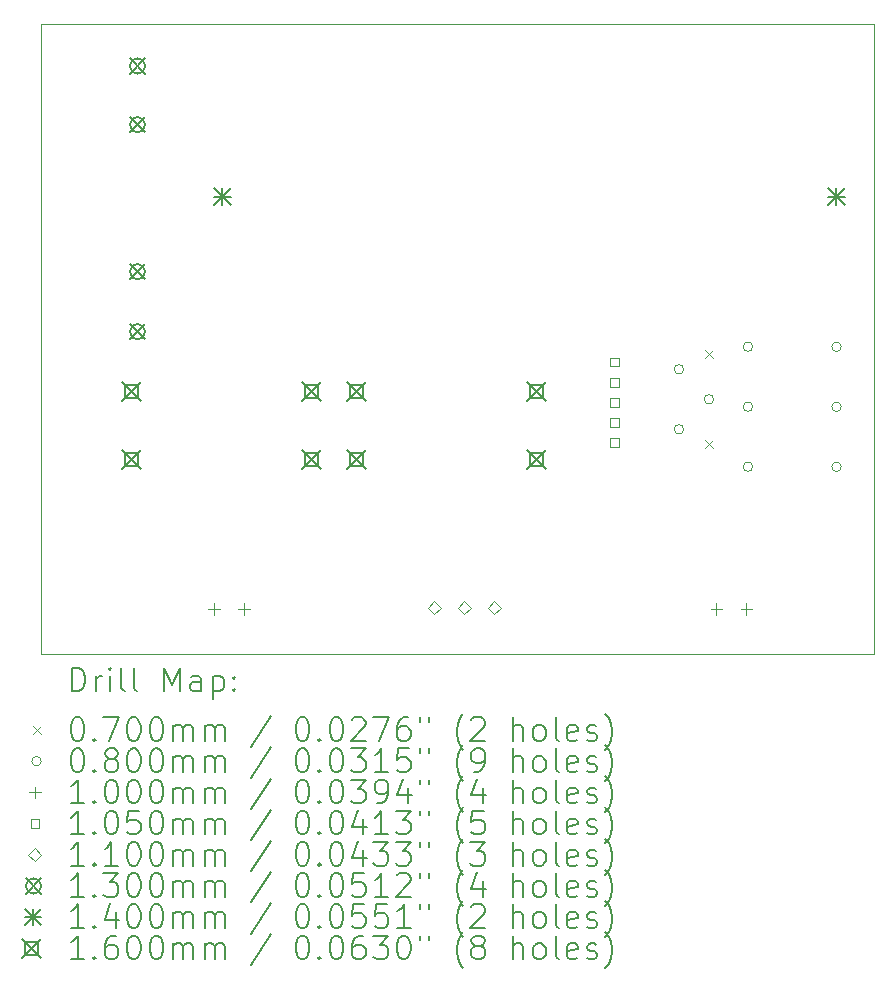
<source format=gbr>
%TF.GenerationSoftware,KiCad,Pcbnew,7.0.9*%
%TF.CreationDate,2025-04-20T12:54:36+02:00*%
%TF.ProjectId,C64-PSU-PCB-replacement-for-902503-06,4336342d-5053-4552-9d50-43422d726570,D*%
%TF.SameCoordinates,Original*%
%TF.FileFunction,Drillmap*%
%TF.FilePolarity,Positive*%
%FSLAX45Y45*%
G04 Gerber Fmt 4.5, Leading zero omitted, Abs format (unit mm)*
G04 Created by KiCad (PCBNEW 7.0.9) date 2025-04-20 12:54:36*
%MOMM*%
%LPD*%
G01*
G04 APERTURE LIST*
%ADD10C,0.050000*%
%ADD11C,0.200000*%
%ADD12C,0.100000*%
%ADD13C,0.105000*%
%ADD14C,0.110000*%
%ADD15C,0.130000*%
%ADD16C,0.140000*%
%ADD17C,0.160000*%
G04 APERTURE END LIST*
D10*
X2540000Y-7874000D02*
X2540000Y-2540000D01*
X9588500Y-7874000D02*
X2540000Y-7874000D01*
X2540000Y-2540000D02*
X9588500Y-2540000D01*
X9588500Y-2540000D02*
X9588500Y-7874000D01*
D11*
D12*
X8156500Y-5299000D02*
X8226500Y-5369000D01*
X8226500Y-5299000D02*
X8156500Y-5369000D01*
X8156500Y-6061000D02*
X8226500Y-6131000D01*
X8226500Y-6061000D02*
X8156500Y-6131000D01*
X7977500Y-5461000D02*
G75*
G03*
X7977500Y-5461000I-40000J0D01*
G01*
X7977500Y-5969000D02*
G75*
G03*
X7977500Y-5969000I-40000J0D01*
G01*
X8231500Y-5715000D02*
G75*
G03*
X8231500Y-5715000I-40000J0D01*
G01*
X8561000Y-5270500D02*
G75*
G03*
X8561000Y-5270500I-40000J0D01*
G01*
X8561000Y-5778500D02*
G75*
G03*
X8561000Y-5778500I-40000J0D01*
G01*
X8561000Y-6286500D02*
G75*
G03*
X8561000Y-6286500I-40000J0D01*
G01*
X9311000Y-5270500D02*
G75*
G03*
X9311000Y-5270500I-40000J0D01*
G01*
X9311000Y-5778500D02*
G75*
G03*
X9311000Y-5778500I-40000J0D01*
G01*
X9311000Y-6286500D02*
G75*
G03*
X9311000Y-6286500I-40000J0D01*
G01*
X4000500Y-7443000D02*
X4000500Y-7543000D01*
X3950500Y-7493000D02*
X4050500Y-7493000D01*
X4254500Y-7443000D02*
X4254500Y-7543000D01*
X4204500Y-7493000D02*
X4304500Y-7493000D01*
X8255000Y-7443000D02*
X8255000Y-7543000D01*
X8205000Y-7493000D02*
X8305000Y-7493000D01*
X8509000Y-7443000D02*
X8509000Y-7543000D01*
X8459000Y-7493000D02*
X8559000Y-7493000D01*
D13*
X7428523Y-5437524D02*
X7428523Y-5363277D01*
X7354276Y-5363277D01*
X7354276Y-5437524D01*
X7428523Y-5437524D01*
X7428523Y-5607523D02*
X7428523Y-5533277D01*
X7354276Y-5533277D01*
X7354276Y-5607523D01*
X7428523Y-5607523D01*
X7428523Y-5777523D02*
X7428523Y-5703276D01*
X7354276Y-5703276D01*
X7354276Y-5777523D01*
X7428523Y-5777523D01*
X7428523Y-5947523D02*
X7428523Y-5873276D01*
X7354276Y-5873276D01*
X7354276Y-5947523D01*
X7428523Y-5947523D01*
X7428523Y-6117523D02*
X7428523Y-6043276D01*
X7354276Y-6043276D01*
X7354276Y-6117523D01*
X7428523Y-6117523D01*
D14*
X5867400Y-7535300D02*
X5922400Y-7480300D01*
X5867400Y-7425300D01*
X5812400Y-7480300D01*
X5867400Y-7535300D01*
X6121400Y-7535300D02*
X6176400Y-7480300D01*
X6121400Y-7425300D01*
X6066400Y-7480300D01*
X6121400Y-7535300D01*
X6375400Y-7535300D02*
X6430400Y-7480300D01*
X6375400Y-7425300D01*
X6320400Y-7480300D01*
X6375400Y-7535300D01*
D15*
X3287800Y-2828500D02*
X3417800Y-2958500D01*
X3417800Y-2828500D02*
X3287800Y-2958500D01*
X3417800Y-2893500D02*
G75*
G03*
X3417800Y-2893500I-65000J0D01*
G01*
X3287800Y-3325900D02*
X3417800Y-3455900D01*
X3417800Y-3325900D02*
X3287800Y-3455900D01*
X3417800Y-3390900D02*
G75*
G03*
X3417800Y-3390900I-65000J0D01*
G01*
X3287800Y-4570500D02*
X3417800Y-4700500D01*
X3417800Y-4570500D02*
X3287800Y-4700500D01*
X3417800Y-4635500D02*
G75*
G03*
X3417800Y-4635500I-65000J0D01*
G01*
X3287800Y-5078500D02*
X3417800Y-5208500D01*
X3417800Y-5078500D02*
X3287800Y-5208500D01*
X3417800Y-5143500D02*
G75*
G03*
X3417800Y-5143500I-65000J0D01*
G01*
D16*
X4001000Y-3930500D02*
X4141000Y-4070500D01*
X4141000Y-3930500D02*
X4001000Y-4070500D01*
X4071000Y-3930500D02*
X4071000Y-4070500D01*
X4001000Y-4000500D02*
X4141000Y-4000500D01*
X9201000Y-3930500D02*
X9341000Y-4070500D01*
X9341000Y-3930500D02*
X9201000Y-4070500D01*
X9271000Y-3930500D02*
X9271000Y-4070500D01*
X9201000Y-4000500D02*
X9341000Y-4000500D01*
D17*
X3222000Y-5571500D02*
X3382000Y-5731500D01*
X3382000Y-5571500D02*
X3222000Y-5731500D01*
X3358569Y-5708069D02*
X3358569Y-5594931D01*
X3245431Y-5594931D01*
X3245431Y-5708069D01*
X3358569Y-5708069D01*
X3222000Y-6143000D02*
X3382000Y-6303000D01*
X3382000Y-6143000D02*
X3222000Y-6303000D01*
X3358569Y-6279569D02*
X3358569Y-6166431D01*
X3245431Y-6166431D01*
X3245431Y-6279569D01*
X3358569Y-6279569D01*
X4746000Y-5571500D02*
X4906000Y-5731500D01*
X4906000Y-5571500D02*
X4746000Y-5731500D01*
X4882569Y-5708069D02*
X4882569Y-5594931D01*
X4769431Y-5594931D01*
X4769431Y-5708069D01*
X4882569Y-5708069D01*
X4746000Y-6143000D02*
X4906000Y-6303000D01*
X4906000Y-6143000D02*
X4746000Y-6303000D01*
X4882569Y-6279569D02*
X4882569Y-6166431D01*
X4769431Y-6166431D01*
X4769431Y-6279569D01*
X4882569Y-6279569D01*
X5127000Y-5571500D02*
X5287000Y-5731500D01*
X5287000Y-5571500D02*
X5127000Y-5731500D01*
X5263569Y-5708069D02*
X5263569Y-5594931D01*
X5150431Y-5594931D01*
X5150431Y-5708069D01*
X5263569Y-5708069D01*
X5127000Y-6143000D02*
X5287000Y-6303000D01*
X5287000Y-6143000D02*
X5127000Y-6303000D01*
X5263569Y-6279569D02*
X5263569Y-6166431D01*
X5150431Y-6166431D01*
X5150431Y-6279569D01*
X5263569Y-6279569D01*
X6651000Y-5571500D02*
X6811000Y-5731500D01*
X6811000Y-5571500D02*
X6651000Y-5731500D01*
X6787569Y-5708069D02*
X6787569Y-5594931D01*
X6674431Y-5594931D01*
X6674431Y-5708069D01*
X6787569Y-5708069D01*
X6651000Y-6143000D02*
X6811000Y-6303000D01*
X6811000Y-6143000D02*
X6651000Y-6303000D01*
X6787569Y-6279569D02*
X6787569Y-6166431D01*
X6674431Y-6166431D01*
X6674431Y-6279569D01*
X6787569Y-6279569D01*
D11*
X2798277Y-8187984D02*
X2798277Y-7987984D01*
X2798277Y-7987984D02*
X2845896Y-7987984D01*
X2845896Y-7987984D02*
X2874467Y-7997508D01*
X2874467Y-7997508D02*
X2893515Y-8016555D01*
X2893515Y-8016555D02*
X2903039Y-8035603D01*
X2903039Y-8035603D02*
X2912562Y-8073698D01*
X2912562Y-8073698D02*
X2912562Y-8102269D01*
X2912562Y-8102269D02*
X2903039Y-8140365D01*
X2903039Y-8140365D02*
X2893515Y-8159412D01*
X2893515Y-8159412D02*
X2874467Y-8178460D01*
X2874467Y-8178460D02*
X2845896Y-8187984D01*
X2845896Y-8187984D02*
X2798277Y-8187984D01*
X2998277Y-8187984D02*
X2998277Y-8054650D01*
X2998277Y-8092746D02*
X3007801Y-8073698D01*
X3007801Y-8073698D02*
X3017324Y-8064174D01*
X3017324Y-8064174D02*
X3036372Y-8054650D01*
X3036372Y-8054650D02*
X3055420Y-8054650D01*
X3122086Y-8187984D02*
X3122086Y-8054650D01*
X3122086Y-7987984D02*
X3112562Y-7997508D01*
X3112562Y-7997508D02*
X3122086Y-8007031D01*
X3122086Y-8007031D02*
X3131610Y-7997508D01*
X3131610Y-7997508D02*
X3122086Y-7987984D01*
X3122086Y-7987984D02*
X3122086Y-8007031D01*
X3245896Y-8187984D02*
X3226848Y-8178460D01*
X3226848Y-8178460D02*
X3217324Y-8159412D01*
X3217324Y-8159412D02*
X3217324Y-7987984D01*
X3350658Y-8187984D02*
X3331610Y-8178460D01*
X3331610Y-8178460D02*
X3322086Y-8159412D01*
X3322086Y-8159412D02*
X3322086Y-7987984D01*
X3579229Y-8187984D02*
X3579229Y-7987984D01*
X3579229Y-7987984D02*
X3645896Y-8130841D01*
X3645896Y-8130841D02*
X3712562Y-7987984D01*
X3712562Y-7987984D02*
X3712562Y-8187984D01*
X3893515Y-8187984D02*
X3893515Y-8083222D01*
X3893515Y-8083222D02*
X3883991Y-8064174D01*
X3883991Y-8064174D02*
X3864943Y-8054650D01*
X3864943Y-8054650D02*
X3826848Y-8054650D01*
X3826848Y-8054650D02*
X3807801Y-8064174D01*
X3893515Y-8178460D02*
X3874467Y-8187984D01*
X3874467Y-8187984D02*
X3826848Y-8187984D01*
X3826848Y-8187984D02*
X3807801Y-8178460D01*
X3807801Y-8178460D02*
X3798277Y-8159412D01*
X3798277Y-8159412D02*
X3798277Y-8140365D01*
X3798277Y-8140365D02*
X3807801Y-8121317D01*
X3807801Y-8121317D02*
X3826848Y-8111793D01*
X3826848Y-8111793D02*
X3874467Y-8111793D01*
X3874467Y-8111793D02*
X3893515Y-8102269D01*
X3988753Y-8054650D02*
X3988753Y-8254650D01*
X3988753Y-8064174D02*
X4007801Y-8054650D01*
X4007801Y-8054650D02*
X4045896Y-8054650D01*
X4045896Y-8054650D02*
X4064943Y-8064174D01*
X4064943Y-8064174D02*
X4074467Y-8073698D01*
X4074467Y-8073698D02*
X4083991Y-8092746D01*
X4083991Y-8092746D02*
X4083991Y-8149888D01*
X4083991Y-8149888D02*
X4074467Y-8168936D01*
X4074467Y-8168936D02*
X4064943Y-8178460D01*
X4064943Y-8178460D02*
X4045896Y-8187984D01*
X4045896Y-8187984D02*
X4007801Y-8187984D01*
X4007801Y-8187984D02*
X3988753Y-8178460D01*
X4169705Y-8168936D02*
X4179229Y-8178460D01*
X4179229Y-8178460D02*
X4169705Y-8187984D01*
X4169705Y-8187984D02*
X4160182Y-8178460D01*
X4160182Y-8178460D02*
X4169705Y-8168936D01*
X4169705Y-8168936D02*
X4169705Y-8187984D01*
X4169705Y-8064174D02*
X4179229Y-8073698D01*
X4179229Y-8073698D02*
X4169705Y-8083222D01*
X4169705Y-8083222D02*
X4160182Y-8073698D01*
X4160182Y-8073698D02*
X4169705Y-8064174D01*
X4169705Y-8064174D02*
X4169705Y-8083222D01*
D12*
X2467500Y-8481500D02*
X2537500Y-8551500D01*
X2537500Y-8481500D02*
X2467500Y-8551500D01*
D11*
X2836372Y-8407984D02*
X2855420Y-8407984D01*
X2855420Y-8407984D02*
X2874467Y-8417508D01*
X2874467Y-8417508D02*
X2883991Y-8427031D01*
X2883991Y-8427031D02*
X2893515Y-8446079D01*
X2893515Y-8446079D02*
X2903039Y-8484174D01*
X2903039Y-8484174D02*
X2903039Y-8531793D01*
X2903039Y-8531793D02*
X2893515Y-8569889D01*
X2893515Y-8569889D02*
X2883991Y-8588936D01*
X2883991Y-8588936D02*
X2874467Y-8598460D01*
X2874467Y-8598460D02*
X2855420Y-8607984D01*
X2855420Y-8607984D02*
X2836372Y-8607984D01*
X2836372Y-8607984D02*
X2817324Y-8598460D01*
X2817324Y-8598460D02*
X2807801Y-8588936D01*
X2807801Y-8588936D02*
X2798277Y-8569889D01*
X2798277Y-8569889D02*
X2788753Y-8531793D01*
X2788753Y-8531793D02*
X2788753Y-8484174D01*
X2788753Y-8484174D02*
X2798277Y-8446079D01*
X2798277Y-8446079D02*
X2807801Y-8427031D01*
X2807801Y-8427031D02*
X2817324Y-8417508D01*
X2817324Y-8417508D02*
X2836372Y-8407984D01*
X2988753Y-8588936D02*
X2998277Y-8598460D01*
X2998277Y-8598460D02*
X2988753Y-8607984D01*
X2988753Y-8607984D02*
X2979229Y-8598460D01*
X2979229Y-8598460D02*
X2988753Y-8588936D01*
X2988753Y-8588936D02*
X2988753Y-8607984D01*
X3064943Y-8407984D02*
X3198277Y-8407984D01*
X3198277Y-8407984D02*
X3112562Y-8607984D01*
X3312562Y-8407984D02*
X3331610Y-8407984D01*
X3331610Y-8407984D02*
X3350658Y-8417508D01*
X3350658Y-8417508D02*
X3360182Y-8427031D01*
X3360182Y-8427031D02*
X3369705Y-8446079D01*
X3369705Y-8446079D02*
X3379229Y-8484174D01*
X3379229Y-8484174D02*
X3379229Y-8531793D01*
X3379229Y-8531793D02*
X3369705Y-8569889D01*
X3369705Y-8569889D02*
X3360182Y-8588936D01*
X3360182Y-8588936D02*
X3350658Y-8598460D01*
X3350658Y-8598460D02*
X3331610Y-8607984D01*
X3331610Y-8607984D02*
X3312562Y-8607984D01*
X3312562Y-8607984D02*
X3293515Y-8598460D01*
X3293515Y-8598460D02*
X3283991Y-8588936D01*
X3283991Y-8588936D02*
X3274467Y-8569889D01*
X3274467Y-8569889D02*
X3264943Y-8531793D01*
X3264943Y-8531793D02*
X3264943Y-8484174D01*
X3264943Y-8484174D02*
X3274467Y-8446079D01*
X3274467Y-8446079D02*
X3283991Y-8427031D01*
X3283991Y-8427031D02*
X3293515Y-8417508D01*
X3293515Y-8417508D02*
X3312562Y-8407984D01*
X3503039Y-8407984D02*
X3522086Y-8407984D01*
X3522086Y-8407984D02*
X3541134Y-8417508D01*
X3541134Y-8417508D02*
X3550658Y-8427031D01*
X3550658Y-8427031D02*
X3560182Y-8446079D01*
X3560182Y-8446079D02*
X3569705Y-8484174D01*
X3569705Y-8484174D02*
X3569705Y-8531793D01*
X3569705Y-8531793D02*
X3560182Y-8569889D01*
X3560182Y-8569889D02*
X3550658Y-8588936D01*
X3550658Y-8588936D02*
X3541134Y-8598460D01*
X3541134Y-8598460D02*
X3522086Y-8607984D01*
X3522086Y-8607984D02*
X3503039Y-8607984D01*
X3503039Y-8607984D02*
X3483991Y-8598460D01*
X3483991Y-8598460D02*
X3474467Y-8588936D01*
X3474467Y-8588936D02*
X3464943Y-8569889D01*
X3464943Y-8569889D02*
X3455420Y-8531793D01*
X3455420Y-8531793D02*
X3455420Y-8484174D01*
X3455420Y-8484174D02*
X3464943Y-8446079D01*
X3464943Y-8446079D02*
X3474467Y-8427031D01*
X3474467Y-8427031D02*
X3483991Y-8417508D01*
X3483991Y-8417508D02*
X3503039Y-8407984D01*
X3655420Y-8607984D02*
X3655420Y-8474650D01*
X3655420Y-8493698D02*
X3664943Y-8484174D01*
X3664943Y-8484174D02*
X3683991Y-8474650D01*
X3683991Y-8474650D02*
X3712563Y-8474650D01*
X3712563Y-8474650D02*
X3731610Y-8484174D01*
X3731610Y-8484174D02*
X3741134Y-8503222D01*
X3741134Y-8503222D02*
X3741134Y-8607984D01*
X3741134Y-8503222D02*
X3750658Y-8484174D01*
X3750658Y-8484174D02*
X3769705Y-8474650D01*
X3769705Y-8474650D02*
X3798277Y-8474650D01*
X3798277Y-8474650D02*
X3817324Y-8484174D01*
X3817324Y-8484174D02*
X3826848Y-8503222D01*
X3826848Y-8503222D02*
X3826848Y-8607984D01*
X3922086Y-8607984D02*
X3922086Y-8474650D01*
X3922086Y-8493698D02*
X3931610Y-8484174D01*
X3931610Y-8484174D02*
X3950658Y-8474650D01*
X3950658Y-8474650D02*
X3979229Y-8474650D01*
X3979229Y-8474650D02*
X3998277Y-8484174D01*
X3998277Y-8484174D02*
X4007801Y-8503222D01*
X4007801Y-8503222D02*
X4007801Y-8607984D01*
X4007801Y-8503222D02*
X4017324Y-8484174D01*
X4017324Y-8484174D02*
X4036372Y-8474650D01*
X4036372Y-8474650D02*
X4064943Y-8474650D01*
X4064943Y-8474650D02*
X4083991Y-8484174D01*
X4083991Y-8484174D02*
X4093515Y-8503222D01*
X4093515Y-8503222D02*
X4093515Y-8607984D01*
X4483991Y-8398460D02*
X4312563Y-8655603D01*
X4741134Y-8407984D02*
X4760182Y-8407984D01*
X4760182Y-8407984D02*
X4779229Y-8417508D01*
X4779229Y-8417508D02*
X4788753Y-8427031D01*
X4788753Y-8427031D02*
X4798277Y-8446079D01*
X4798277Y-8446079D02*
X4807801Y-8484174D01*
X4807801Y-8484174D02*
X4807801Y-8531793D01*
X4807801Y-8531793D02*
X4798277Y-8569889D01*
X4798277Y-8569889D02*
X4788753Y-8588936D01*
X4788753Y-8588936D02*
X4779229Y-8598460D01*
X4779229Y-8598460D02*
X4760182Y-8607984D01*
X4760182Y-8607984D02*
X4741134Y-8607984D01*
X4741134Y-8607984D02*
X4722087Y-8598460D01*
X4722087Y-8598460D02*
X4712563Y-8588936D01*
X4712563Y-8588936D02*
X4703039Y-8569889D01*
X4703039Y-8569889D02*
X4693515Y-8531793D01*
X4693515Y-8531793D02*
X4693515Y-8484174D01*
X4693515Y-8484174D02*
X4703039Y-8446079D01*
X4703039Y-8446079D02*
X4712563Y-8427031D01*
X4712563Y-8427031D02*
X4722087Y-8417508D01*
X4722087Y-8417508D02*
X4741134Y-8407984D01*
X4893515Y-8588936D02*
X4903039Y-8598460D01*
X4903039Y-8598460D02*
X4893515Y-8607984D01*
X4893515Y-8607984D02*
X4883991Y-8598460D01*
X4883991Y-8598460D02*
X4893515Y-8588936D01*
X4893515Y-8588936D02*
X4893515Y-8607984D01*
X5026848Y-8407984D02*
X5045896Y-8407984D01*
X5045896Y-8407984D02*
X5064944Y-8417508D01*
X5064944Y-8417508D02*
X5074468Y-8427031D01*
X5074468Y-8427031D02*
X5083991Y-8446079D01*
X5083991Y-8446079D02*
X5093515Y-8484174D01*
X5093515Y-8484174D02*
X5093515Y-8531793D01*
X5093515Y-8531793D02*
X5083991Y-8569889D01*
X5083991Y-8569889D02*
X5074468Y-8588936D01*
X5074468Y-8588936D02*
X5064944Y-8598460D01*
X5064944Y-8598460D02*
X5045896Y-8607984D01*
X5045896Y-8607984D02*
X5026848Y-8607984D01*
X5026848Y-8607984D02*
X5007801Y-8598460D01*
X5007801Y-8598460D02*
X4998277Y-8588936D01*
X4998277Y-8588936D02*
X4988753Y-8569889D01*
X4988753Y-8569889D02*
X4979229Y-8531793D01*
X4979229Y-8531793D02*
X4979229Y-8484174D01*
X4979229Y-8484174D02*
X4988753Y-8446079D01*
X4988753Y-8446079D02*
X4998277Y-8427031D01*
X4998277Y-8427031D02*
X5007801Y-8417508D01*
X5007801Y-8417508D02*
X5026848Y-8407984D01*
X5169706Y-8427031D02*
X5179229Y-8417508D01*
X5179229Y-8417508D02*
X5198277Y-8407984D01*
X5198277Y-8407984D02*
X5245896Y-8407984D01*
X5245896Y-8407984D02*
X5264944Y-8417508D01*
X5264944Y-8417508D02*
X5274468Y-8427031D01*
X5274468Y-8427031D02*
X5283991Y-8446079D01*
X5283991Y-8446079D02*
X5283991Y-8465127D01*
X5283991Y-8465127D02*
X5274468Y-8493698D01*
X5274468Y-8493698D02*
X5160182Y-8607984D01*
X5160182Y-8607984D02*
X5283991Y-8607984D01*
X5350658Y-8407984D02*
X5483991Y-8407984D01*
X5483991Y-8407984D02*
X5398277Y-8607984D01*
X5645896Y-8407984D02*
X5607801Y-8407984D01*
X5607801Y-8407984D02*
X5588753Y-8417508D01*
X5588753Y-8417508D02*
X5579229Y-8427031D01*
X5579229Y-8427031D02*
X5560182Y-8455603D01*
X5560182Y-8455603D02*
X5550658Y-8493698D01*
X5550658Y-8493698D02*
X5550658Y-8569889D01*
X5550658Y-8569889D02*
X5560182Y-8588936D01*
X5560182Y-8588936D02*
X5569706Y-8598460D01*
X5569706Y-8598460D02*
X5588753Y-8607984D01*
X5588753Y-8607984D02*
X5626848Y-8607984D01*
X5626848Y-8607984D02*
X5645896Y-8598460D01*
X5645896Y-8598460D02*
X5655420Y-8588936D01*
X5655420Y-8588936D02*
X5664944Y-8569889D01*
X5664944Y-8569889D02*
X5664944Y-8522270D01*
X5664944Y-8522270D02*
X5655420Y-8503222D01*
X5655420Y-8503222D02*
X5645896Y-8493698D01*
X5645896Y-8493698D02*
X5626848Y-8484174D01*
X5626848Y-8484174D02*
X5588753Y-8484174D01*
X5588753Y-8484174D02*
X5569706Y-8493698D01*
X5569706Y-8493698D02*
X5560182Y-8503222D01*
X5560182Y-8503222D02*
X5550658Y-8522270D01*
X5741134Y-8407984D02*
X5741134Y-8446079D01*
X5817325Y-8407984D02*
X5817325Y-8446079D01*
X6112563Y-8684174D02*
X6103039Y-8674650D01*
X6103039Y-8674650D02*
X6083991Y-8646079D01*
X6083991Y-8646079D02*
X6074468Y-8627031D01*
X6074468Y-8627031D02*
X6064944Y-8598460D01*
X6064944Y-8598460D02*
X6055420Y-8550841D01*
X6055420Y-8550841D02*
X6055420Y-8512746D01*
X6055420Y-8512746D02*
X6064944Y-8465127D01*
X6064944Y-8465127D02*
X6074468Y-8436555D01*
X6074468Y-8436555D02*
X6083991Y-8417508D01*
X6083991Y-8417508D02*
X6103039Y-8388936D01*
X6103039Y-8388936D02*
X6112563Y-8379412D01*
X6179229Y-8427031D02*
X6188753Y-8417508D01*
X6188753Y-8417508D02*
X6207801Y-8407984D01*
X6207801Y-8407984D02*
X6255420Y-8407984D01*
X6255420Y-8407984D02*
X6274468Y-8417508D01*
X6274468Y-8417508D02*
X6283991Y-8427031D01*
X6283991Y-8427031D02*
X6293515Y-8446079D01*
X6293515Y-8446079D02*
X6293515Y-8465127D01*
X6293515Y-8465127D02*
X6283991Y-8493698D01*
X6283991Y-8493698D02*
X6169706Y-8607984D01*
X6169706Y-8607984D02*
X6293515Y-8607984D01*
X6531610Y-8607984D02*
X6531610Y-8407984D01*
X6617325Y-8607984D02*
X6617325Y-8503222D01*
X6617325Y-8503222D02*
X6607801Y-8484174D01*
X6607801Y-8484174D02*
X6588753Y-8474650D01*
X6588753Y-8474650D02*
X6560182Y-8474650D01*
X6560182Y-8474650D02*
X6541134Y-8484174D01*
X6541134Y-8484174D02*
X6531610Y-8493698D01*
X6741134Y-8607984D02*
X6722087Y-8598460D01*
X6722087Y-8598460D02*
X6712563Y-8588936D01*
X6712563Y-8588936D02*
X6703039Y-8569889D01*
X6703039Y-8569889D02*
X6703039Y-8512746D01*
X6703039Y-8512746D02*
X6712563Y-8493698D01*
X6712563Y-8493698D02*
X6722087Y-8484174D01*
X6722087Y-8484174D02*
X6741134Y-8474650D01*
X6741134Y-8474650D02*
X6769706Y-8474650D01*
X6769706Y-8474650D02*
X6788753Y-8484174D01*
X6788753Y-8484174D02*
X6798277Y-8493698D01*
X6798277Y-8493698D02*
X6807801Y-8512746D01*
X6807801Y-8512746D02*
X6807801Y-8569889D01*
X6807801Y-8569889D02*
X6798277Y-8588936D01*
X6798277Y-8588936D02*
X6788753Y-8598460D01*
X6788753Y-8598460D02*
X6769706Y-8607984D01*
X6769706Y-8607984D02*
X6741134Y-8607984D01*
X6922087Y-8607984D02*
X6903039Y-8598460D01*
X6903039Y-8598460D02*
X6893515Y-8579412D01*
X6893515Y-8579412D02*
X6893515Y-8407984D01*
X7074468Y-8598460D02*
X7055420Y-8607984D01*
X7055420Y-8607984D02*
X7017325Y-8607984D01*
X7017325Y-8607984D02*
X6998277Y-8598460D01*
X6998277Y-8598460D02*
X6988753Y-8579412D01*
X6988753Y-8579412D02*
X6988753Y-8503222D01*
X6988753Y-8503222D02*
X6998277Y-8484174D01*
X6998277Y-8484174D02*
X7017325Y-8474650D01*
X7017325Y-8474650D02*
X7055420Y-8474650D01*
X7055420Y-8474650D02*
X7074468Y-8484174D01*
X7074468Y-8484174D02*
X7083991Y-8503222D01*
X7083991Y-8503222D02*
X7083991Y-8522270D01*
X7083991Y-8522270D02*
X6988753Y-8541317D01*
X7160182Y-8598460D02*
X7179230Y-8607984D01*
X7179230Y-8607984D02*
X7217325Y-8607984D01*
X7217325Y-8607984D02*
X7236372Y-8598460D01*
X7236372Y-8598460D02*
X7245896Y-8579412D01*
X7245896Y-8579412D02*
X7245896Y-8569889D01*
X7245896Y-8569889D02*
X7236372Y-8550841D01*
X7236372Y-8550841D02*
X7217325Y-8541317D01*
X7217325Y-8541317D02*
X7188753Y-8541317D01*
X7188753Y-8541317D02*
X7169706Y-8531793D01*
X7169706Y-8531793D02*
X7160182Y-8512746D01*
X7160182Y-8512746D02*
X7160182Y-8503222D01*
X7160182Y-8503222D02*
X7169706Y-8484174D01*
X7169706Y-8484174D02*
X7188753Y-8474650D01*
X7188753Y-8474650D02*
X7217325Y-8474650D01*
X7217325Y-8474650D02*
X7236372Y-8484174D01*
X7312563Y-8684174D02*
X7322087Y-8674650D01*
X7322087Y-8674650D02*
X7341134Y-8646079D01*
X7341134Y-8646079D02*
X7350658Y-8627031D01*
X7350658Y-8627031D02*
X7360182Y-8598460D01*
X7360182Y-8598460D02*
X7369706Y-8550841D01*
X7369706Y-8550841D02*
X7369706Y-8512746D01*
X7369706Y-8512746D02*
X7360182Y-8465127D01*
X7360182Y-8465127D02*
X7350658Y-8436555D01*
X7350658Y-8436555D02*
X7341134Y-8417508D01*
X7341134Y-8417508D02*
X7322087Y-8388936D01*
X7322087Y-8388936D02*
X7312563Y-8379412D01*
D12*
X2537500Y-8780500D02*
G75*
G03*
X2537500Y-8780500I-40000J0D01*
G01*
D11*
X2836372Y-8671984D02*
X2855420Y-8671984D01*
X2855420Y-8671984D02*
X2874467Y-8681508D01*
X2874467Y-8681508D02*
X2883991Y-8691031D01*
X2883991Y-8691031D02*
X2893515Y-8710079D01*
X2893515Y-8710079D02*
X2903039Y-8748174D01*
X2903039Y-8748174D02*
X2903039Y-8795793D01*
X2903039Y-8795793D02*
X2893515Y-8833889D01*
X2893515Y-8833889D02*
X2883991Y-8852936D01*
X2883991Y-8852936D02*
X2874467Y-8862460D01*
X2874467Y-8862460D02*
X2855420Y-8871984D01*
X2855420Y-8871984D02*
X2836372Y-8871984D01*
X2836372Y-8871984D02*
X2817324Y-8862460D01*
X2817324Y-8862460D02*
X2807801Y-8852936D01*
X2807801Y-8852936D02*
X2798277Y-8833889D01*
X2798277Y-8833889D02*
X2788753Y-8795793D01*
X2788753Y-8795793D02*
X2788753Y-8748174D01*
X2788753Y-8748174D02*
X2798277Y-8710079D01*
X2798277Y-8710079D02*
X2807801Y-8691031D01*
X2807801Y-8691031D02*
X2817324Y-8681508D01*
X2817324Y-8681508D02*
X2836372Y-8671984D01*
X2988753Y-8852936D02*
X2998277Y-8862460D01*
X2998277Y-8862460D02*
X2988753Y-8871984D01*
X2988753Y-8871984D02*
X2979229Y-8862460D01*
X2979229Y-8862460D02*
X2988753Y-8852936D01*
X2988753Y-8852936D02*
X2988753Y-8871984D01*
X3112562Y-8757698D02*
X3093515Y-8748174D01*
X3093515Y-8748174D02*
X3083991Y-8738650D01*
X3083991Y-8738650D02*
X3074467Y-8719603D01*
X3074467Y-8719603D02*
X3074467Y-8710079D01*
X3074467Y-8710079D02*
X3083991Y-8691031D01*
X3083991Y-8691031D02*
X3093515Y-8681508D01*
X3093515Y-8681508D02*
X3112562Y-8671984D01*
X3112562Y-8671984D02*
X3150658Y-8671984D01*
X3150658Y-8671984D02*
X3169705Y-8681508D01*
X3169705Y-8681508D02*
X3179229Y-8691031D01*
X3179229Y-8691031D02*
X3188753Y-8710079D01*
X3188753Y-8710079D02*
X3188753Y-8719603D01*
X3188753Y-8719603D02*
X3179229Y-8738650D01*
X3179229Y-8738650D02*
X3169705Y-8748174D01*
X3169705Y-8748174D02*
X3150658Y-8757698D01*
X3150658Y-8757698D02*
X3112562Y-8757698D01*
X3112562Y-8757698D02*
X3093515Y-8767222D01*
X3093515Y-8767222D02*
X3083991Y-8776746D01*
X3083991Y-8776746D02*
X3074467Y-8795793D01*
X3074467Y-8795793D02*
X3074467Y-8833889D01*
X3074467Y-8833889D02*
X3083991Y-8852936D01*
X3083991Y-8852936D02*
X3093515Y-8862460D01*
X3093515Y-8862460D02*
X3112562Y-8871984D01*
X3112562Y-8871984D02*
X3150658Y-8871984D01*
X3150658Y-8871984D02*
X3169705Y-8862460D01*
X3169705Y-8862460D02*
X3179229Y-8852936D01*
X3179229Y-8852936D02*
X3188753Y-8833889D01*
X3188753Y-8833889D02*
X3188753Y-8795793D01*
X3188753Y-8795793D02*
X3179229Y-8776746D01*
X3179229Y-8776746D02*
X3169705Y-8767222D01*
X3169705Y-8767222D02*
X3150658Y-8757698D01*
X3312562Y-8671984D02*
X3331610Y-8671984D01*
X3331610Y-8671984D02*
X3350658Y-8681508D01*
X3350658Y-8681508D02*
X3360182Y-8691031D01*
X3360182Y-8691031D02*
X3369705Y-8710079D01*
X3369705Y-8710079D02*
X3379229Y-8748174D01*
X3379229Y-8748174D02*
X3379229Y-8795793D01*
X3379229Y-8795793D02*
X3369705Y-8833889D01*
X3369705Y-8833889D02*
X3360182Y-8852936D01*
X3360182Y-8852936D02*
X3350658Y-8862460D01*
X3350658Y-8862460D02*
X3331610Y-8871984D01*
X3331610Y-8871984D02*
X3312562Y-8871984D01*
X3312562Y-8871984D02*
X3293515Y-8862460D01*
X3293515Y-8862460D02*
X3283991Y-8852936D01*
X3283991Y-8852936D02*
X3274467Y-8833889D01*
X3274467Y-8833889D02*
X3264943Y-8795793D01*
X3264943Y-8795793D02*
X3264943Y-8748174D01*
X3264943Y-8748174D02*
X3274467Y-8710079D01*
X3274467Y-8710079D02*
X3283991Y-8691031D01*
X3283991Y-8691031D02*
X3293515Y-8681508D01*
X3293515Y-8681508D02*
X3312562Y-8671984D01*
X3503039Y-8671984D02*
X3522086Y-8671984D01*
X3522086Y-8671984D02*
X3541134Y-8681508D01*
X3541134Y-8681508D02*
X3550658Y-8691031D01*
X3550658Y-8691031D02*
X3560182Y-8710079D01*
X3560182Y-8710079D02*
X3569705Y-8748174D01*
X3569705Y-8748174D02*
X3569705Y-8795793D01*
X3569705Y-8795793D02*
X3560182Y-8833889D01*
X3560182Y-8833889D02*
X3550658Y-8852936D01*
X3550658Y-8852936D02*
X3541134Y-8862460D01*
X3541134Y-8862460D02*
X3522086Y-8871984D01*
X3522086Y-8871984D02*
X3503039Y-8871984D01*
X3503039Y-8871984D02*
X3483991Y-8862460D01*
X3483991Y-8862460D02*
X3474467Y-8852936D01*
X3474467Y-8852936D02*
X3464943Y-8833889D01*
X3464943Y-8833889D02*
X3455420Y-8795793D01*
X3455420Y-8795793D02*
X3455420Y-8748174D01*
X3455420Y-8748174D02*
X3464943Y-8710079D01*
X3464943Y-8710079D02*
X3474467Y-8691031D01*
X3474467Y-8691031D02*
X3483991Y-8681508D01*
X3483991Y-8681508D02*
X3503039Y-8671984D01*
X3655420Y-8871984D02*
X3655420Y-8738650D01*
X3655420Y-8757698D02*
X3664943Y-8748174D01*
X3664943Y-8748174D02*
X3683991Y-8738650D01*
X3683991Y-8738650D02*
X3712563Y-8738650D01*
X3712563Y-8738650D02*
X3731610Y-8748174D01*
X3731610Y-8748174D02*
X3741134Y-8767222D01*
X3741134Y-8767222D02*
X3741134Y-8871984D01*
X3741134Y-8767222D02*
X3750658Y-8748174D01*
X3750658Y-8748174D02*
X3769705Y-8738650D01*
X3769705Y-8738650D02*
X3798277Y-8738650D01*
X3798277Y-8738650D02*
X3817324Y-8748174D01*
X3817324Y-8748174D02*
X3826848Y-8767222D01*
X3826848Y-8767222D02*
X3826848Y-8871984D01*
X3922086Y-8871984D02*
X3922086Y-8738650D01*
X3922086Y-8757698D02*
X3931610Y-8748174D01*
X3931610Y-8748174D02*
X3950658Y-8738650D01*
X3950658Y-8738650D02*
X3979229Y-8738650D01*
X3979229Y-8738650D02*
X3998277Y-8748174D01*
X3998277Y-8748174D02*
X4007801Y-8767222D01*
X4007801Y-8767222D02*
X4007801Y-8871984D01*
X4007801Y-8767222D02*
X4017324Y-8748174D01*
X4017324Y-8748174D02*
X4036372Y-8738650D01*
X4036372Y-8738650D02*
X4064943Y-8738650D01*
X4064943Y-8738650D02*
X4083991Y-8748174D01*
X4083991Y-8748174D02*
X4093515Y-8767222D01*
X4093515Y-8767222D02*
X4093515Y-8871984D01*
X4483991Y-8662460D02*
X4312563Y-8919603D01*
X4741134Y-8671984D02*
X4760182Y-8671984D01*
X4760182Y-8671984D02*
X4779229Y-8681508D01*
X4779229Y-8681508D02*
X4788753Y-8691031D01*
X4788753Y-8691031D02*
X4798277Y-8710079D01*
X4798277Y-8710079D02*
X4807801Y-8748174D01*
X4807801Y-8748174D02*
X4807801Y-8795793D01*
X4807801Y-8795793D02*
X4798277Y-8833889D01*
X4798277Y-8833889D02*
X4788753Y-8852936D01*
X4788753Y-8852936D02*
X4779229Y-8862460D01*
X4779229Y-8862460D02*
X4760182Y-8871984D01*
X4760182Y-8871984D02*
X4741134Y-8871984D01*
X4741134Y-8871984D02*
X4722087Y-8862460D01*
X4722087Y-8862460D02*
X4712563Y-8852936D01*
X4712563Y-8852936D02*
X4703039Y-8833889D01*
X4703039Y-8833889D02*
X4693515Y-8795793D01*
X4693515Y-8795793D02*
X4693515Y-8748174D01*
X4693515Y-8748174D02*
X4703039Y-8710079D01*
X4703039Y-8710079D02*
X4712563Y-8691031D01*
X4712563Y-8691031D02*
X4722087Y-8681508D01*
X4722087Y-8681508D02*
X4741134Y-8671984D01*
X4893515Y-8852936D02*
X4903039Y-8862460D01*
X4903039Y-8862460D02*
X4893515Y-8871984D01*
X4893515Y-8871984D02*
X4883991Y-8862460D01*
X4883991Y-8862460D02*
X4893515Y-8852936D01*
X4893515Y-8852936D02*
X4893515Y-8871984D01*
X5026848Y-8671984D02*
X5045896Y-8671984D01*
X5045896Y-8671984D02*
X5064944Y-8681508D01*
X5064944Y-8681508D02*
X5074468Y-8691031D01*
X5074468Y-8691031D02*
X5083991Y-8710079D01*
X5083991Y-8710079D02*
X5093515Y-8748174D01*
X5093515Y-8748174D02*
X5093515Y-8795793D01*
X5093515Y-8795793D02*
X5083991Y-8833889D01*
X5083991Y-8833889D02*
X5074468Y-8852936D01*
X5074468Y-8852936D02*
X5064944Y-8862460D01*
X5064944Y-8862460D02*
X5045896Y-8871984D01*
X5045896Y-8871984D02*
X5026848Y-8871984D01*
X5026848Y-8871984D02*
X5007801Y-8862460D01*
X5007801Y-8862460D02*
X4998277Y-8852936D01*
X4998277Y-8852936D02*
X4988753Y-8833889D01*
X4988753Y-8833889D02*
X4979229Y-8795793D01*
X4979229Y-8795793D02*
X4979229Y-8748174D01*
X4979229Y-8748174D02*
X4988753Y-8710079D01*
X4988753Y-8710079D02*
X4998277Y-8691031D01*
X4998277Y-8691031D02*
X5007801Y-8681508D01*
X5007801Y-8681508D02*
X5026848Y-8671984D01*
X5160182Y-8671984D02*
X5283991Y-8671984D01*
X5283991Y-8671984D02*
X5217325Y-8748174D01*
X5217325Y-8748174D02*
X5245896Y-8748174D01*
X5245896Y-8748174D02*
X5264944Y-8757698D01*
X5264944Y-8757698D02*
X5274468Y-8767222D01*
X5274468Y-8767222D02*
X5283991Y-8786270D01*
X5283991Y-8786270D02*
X5283991Y-8833889D01*
X5283991Y-8833889D02*
X5274468Y-8852936D01*
X5274468Y-8852936D02*
X5264944Y-8862460D01*
X5264944Y-8862460D02*
X5245896Y-8871984D01*
X5245896Y-8871984D02*
X5188753Y-8871984D01*
X5188753Y-8871984D02*
X5169706Y-8862460D01*
X5169706Y-8862460D02*
X5160182Y-8852936D01*
X5474468Y-8871984D02*
X5360182Y-8871984D01*
X5417325Y-8871984D02*
X5417325Y-8671984D01*
X5417325Y-8671984D02*
X5398277Y-8700555D01*
X5398277Y-8700555D02*
X5379229Y-8719603D01*
X5379229Y-8719603D02*
X5360182Y-8729127D01*
X5655420Y-8671984D02*
X5560182Y-8671984D01*
X5560182Y-8671984D02*
X5550658Y-8767222D01*
X5550658Y-8767222D02*
X5560182Y-8757698D01*
X5560182Y-8757698D02*
X5579229Y-8748174D01*
X5579229Y-8748174D02*
X5626848Y-8748174D01*
X5626848Y-8748174D02*
X5645896Y-8757698D01*
X5645896Y-8757698D02*
X5655420Y-8767222D01*
X5655420Y-8767222D02*
X5664944Y-8786270D01*
X5664944Y-8786270D02*
X5664944Y-8833889D01*
X5664944Y-8833889D02*
X5655420Y-8852936D01*
X5655420Y-8852936D02*
X5645896Y-8862460D01*
X5645896Y-8862460D02*
X5626848Y-8871984D01*
X5626848Y-8871984D02*
X5579229Y-8871984D01*
X5579229Y-8871984D02*
X5560182Y-8862460D01*
X5560182Y-8862460D02*
X5550658Y-8852936D01*
X5741134Y-8671984D02*
X5741134Y-8710079D01*
X5817325Y-8671984D02*
X5817325Y-8710079D01*
X6112563Y-8948174D02*
X6103039Y-8938650D01*
X6103039Y-8938650D02*
X6083991Y-8910079D01*
X6083991Y-8910079D02*
X6074468Y-8891031D01*
X6074468Y-8891031D02*
X6064944Y-8862460D01*
X6064944Y-8862460D02*
X6055420Y-8814841D01*
X6055420Y-8814841D02*
X6055420Y-8776746D01*
X6055420Y-8776746D02*
X6064944Y-8729127D01*
X6064944Y-8729127D02*
X6074468Y-8700555D01*
X6074468Y-8700555D02*
X6083991Y-8681508D01*
X6083991Y-8681508D02*
X6103039Y-8652936D01*
X6103039Y-8652936D02*
X6112563Y-8643412D01*
X6198277Y-8871984D02*
X6236372Y-8871984D01*
X6236372Y-8871984D02*
X6255420Y-8862460D01*
X6255420Y-8862460D02*
X6264944Y-8852936D01*
X6264944Y-8852936D02*
X6283991Y-8824365D01*
X6283991Y-8824365D02*
X6293515Y-8786270D01*
X6293515Y-8786270D02*
X6293515Y-8710079D01*
X6293515Y-8710079D02*
X6283991Y-8691031D01*
X6283991Y-8691031D02*
X6274468Y-8681508D01*
X6274468Y-8681508D02*
X6255420Y-8671984D01*
X6255420Y-8671984D02*
X6217325Y-8671984D01*
X6217325Y-8671984D02*
X6198277Y-8681508D01*
X6198277Y-8681508D02*
X6188753Y-8691031D01*
X6188753Y-8691031D02*
X6179229Y-8710079D01*
X6179229Y-8710079D02*
X6179229Y-8757698D01*
X6179229Y-8757698D02*
X6188753Y-8776746D01*
X6188753Y-8776746D02*
X6198277Y-8786270D01*
X6198277Y-8786270D02*
X6217325Y-8795793D01*
X6217325Y-8795793D02*
X6255420Y-8795793D01*
X6255420Y-8795793D02*
X6274468Y-8786270D01*
X6274468Y-8786270D02*
X6283991Y-8776746D01*
X6283991Y-8776746D02*
X6293515Y-8757698D01*
X6531610Y-8871984D02*
X6531610Y-8671984D01*
X6617325Y-8871984D02*
X6617325Y-8767222D01*
X6617325Y-8767222D02*
X6607801Y-8748174D01*
X6607801Y-8748174D02*
X6588753Y-8738650D01*
X6588753Y-8738650D02*
X6560182Y-8738650D01*
X6560182Y-8738650D02*
X6541134Y-8748174D01*
X6541134Y-8748174D02*
X6531610Y-8757698D01*
X6741134Y-8871984D02*
X6722087Y-8862460D01*
X6722087Y-8862460D02*
X6712563Y-8852936D01*
X6712563Y-8852936D02*
X6703039Y-8833889D01*
X6703039Y-8833889D02*
X6703039Y-8776746D01*
X6703039Y-8776746D02*
X6712563Y-8757698D01*
X6712563Y-8757698D02*
X6722087Y-8748174D01*
X6722087Y-8748174D02*
X6741134Y-8738650D01*
X6741134Y-8738650D02*
X6769706Y-8738650D01*
X6769706Y-8738650D02*
X6788753Y-8748174D01*
X6788753Y-8748174D02*
X6798277Y-8757698D01*
X6798277Y-8757698D02*
X6807801Y-8776746D01*
X6807801Y-8776746D02*
X6807801Y-8833889D01*
X6807801Y-8833889D02*
X6798277Y-8852936D01*
X6798277Y-8852936D02*
X6788753Y-8862460D01*
X6788753Y-8862460D02*
X6769706Y-8871984D01*
X6769706Y-8871984D02*
X6741134Y-8871984D01*
X6922087Y-8871984D02*
X6903039Y-8862460D01*
X6903039Y-8862460D02*
X6893515Y-8843412D01*
X6893515Y-8843412D02*
X6893515Y-8671984D01*
X7074468Y-8862460D02*
X7055420Y-8871984D01*
X7055420Y-8871984D02*
X7017325Y-8871984D01*
X7017325Y-8871984D02*
X6998277Y-8862460D01*
X6998277Y-8862460D02*
X6988753Y-8843412D01*
X6988753Y-8843412D02*
X6988753Y-8767222D01*
X6988753Y-8767222D02*
X6998277Y-8748174D01*
X6998277Y-8748174D02*
X7017325Y-8738650D01*
X7017325Y-8738650D02*
X7055420Y-8738650D01*
X7055420Y-8738650D02*
X7074468Y-8748174D01*
X7074468Y-8748174D02*
X7083991Y-8767222D01*
X7083991Y-8767222D02*
X7083991Y-8786270D01*
X7083991Y-8786270D02*
X6988753Y-8805317D01*
X7160182Y-8862460D02*
X7179230Y-8871984D01*
X7179230Y-8871984D02*
X7217325Y-8871984D01*
X7217325Y-8871984D02*
X7236372Y-8862460D01*
X7236372Y-8862460D02*
X7245896Y-8843412D01*
X7245896Y-8843412D02*
X7245896Y-8833889D01*
X7245896Y-8833889D02*
X7236372Y-8814841D01*
X7236372Y-8814841D02*
X7217325Y-8805317D01*
X7217325Y-8805317D02*
X7188753Y-8805317D01*
X7188753Y-8805317D02*
X7169706Y-8795793D01*
X7169706Y-8795793D02*
X7160182Y-8776746D01*
X7160182Y-8776746D02*
X7160182Y-8767222D01*
X7160182Y-8767222D02*
X7169706Y-8748174D01*
X7169706Y-8748174D02*
X7188753Y-8738650D01*
X7188753Y-8738650D02*
X7217325Y-8738650D01*
X7217325Y-8738650D02*
X7236372Y-8748174D01*
X7312563Y-8948174D02*
X7322087Y-8938650D01*
X7322087Y-8938650D02*
X7341134Y-8910079D01*
X7341134Y-8910079D02*
X7350658Y-8891031D01*
X7350658Y-8891031D02*
X7360182Y-8862460D01*
X7360182Y-8862460D02*
X7369706Y-8814841D01*
X7369706Y-8814841D02*
X7369706Y-8776746D01*
X7369706Y-8776746D02*
X7360182Y-8729127D01*
X7360182Y-8729127D02*
X7350658Y-8700555D01*
X7350658Y-8700555D02*
X7341134Y-8681508D01*
X7341134Y-8681508D02*
X7322087Y-8652936D01*
X7322087Y-8652936D02*
X7312563Y-8643412D01*
D12*
X2487500Y-8994500D02*
X2487500Y-9094500D01*
X2437500Y-9044500D02*
X2537500Y-9044500D01*
D11*
X2903039Y-9135984D02*
X2788753Y-9135984D01*
X2845896Y-9135984D02*
X2845896Y-8935984D01*
X2845896Y-8935984D02*
X2826848Y-8964555D01*
X2826848Y-8964555D02*
X2807801Y-8983603D01*
X2807801Y-8983603D02*
X2788753Y-8993127D01*
X2988753Y-9116936D02*
X2998277Y-9126460D01*
X2998277Y-9126460D02*
X2988753Y-9135984D01*
X2988753Y-9135984D02*
X2979229Y-9126460D01*
X2979229Y-9126460D02*
X2988753Y-9116936D01*
X2988753Y-9116936D02*
X2988753Y-9135984D01*
X3122086Y-8935984D02*
X3141134Y-8935984D01*
X3141134Y-8935984D02*
X3160182Y-8945508D01*
X3160182Y-8945508D02*
X3169705Y-8955031D01*
X3169705Y-8955031D02*
X3179229Y-8974079D01*
X3179229Y-8974079D02*
X3188753Y-9012174D01*
X3188753Y-9012174D02*
X3188753Y-9059793D01*
X3188753Y-9059793D02*
X3179229Y-9097889D01*
X3179229Y-9097889D02*
X3169705Y-9116936D01*
X3169705Y-9116936D02*
X3160182Y-9126460D01*
X3160182Y-9126460D02*
X3141134Y-9135984D01*
X3141134Y-9135984D02*
X3122086Y-9135984D01*
X3122086Y-9135984D02*
X3103039Y-9126460D01*
X3103039Y-9126460D02*
X3093515Y-9116936D01*
X3093515Y-9116936D02*
X3083991Y-9097889D01*
X3083991Y-9097889D02*
X3074467Y-9059793D01*
X3074467Y-9059793D02*
X3074467Y-9012174D01*
X3074467Y-9012174D02*
X3083991Y-8974079D01*
X3083991Y-8974079D02*
X3093515Y-8955031D01*
X3093515Y-8955031D02*
X3103039Y-8945508D01*
X3103039Y-8945508D02*
X3122086Y-8935984D01*
X3312562Y-8935984D02*
X3331610Y-8935984D01*
X3331610Y-8935984D02*
X3350658Y-8945508D01*
X3350658Y-8945508D02*
X3360182Y-8955031D01*
X3360182Y-8955031D02*
X3369705Y-8974079D01*
X3369705Y-8974079D02*
X3379229Y-9012174D01*
X3379229Y-9012174D02*
X3379229Y-9059793D01*
X3379229Y-9059793D02*
X3369705Y-9097889D01*
X3369705Y-9097889D02*
X3360182Y-9116936D01*
X3360182Y-9116936D02*
X3350658Y-9126460D01*
X3350658Y-9126460D02*
X3331610Y-9135984D01*
X3331610Y-9135984D02*
X3312562Y-9135984D01*
X3312562Y-9135984D02*
X3293515Y-9126460D01*
X3293515Y-9126460D02*
X3283991Y-9116936D01*
X3283991Y-9116936D02*
X3274467Y-9097889D01*
X3274467Y-9097889D02*
X3264943Y-9059793D01*
X3264943Y-9059793D02*
X3264943Y-9012174D01*
X3264943Y-9012174D02*
X3274467Y-8974079D01*
X3274467Y-8974079D02*
X3283991Y-8955031D01*
X3283991Y-8955031D02*
X3293515Y-8945508D01*
X3293515Y-8945508D02*
X3312562Y-8935984D01*
X3503039Y-8935984D02*
X3522086Y-8935984D01*
X3522086Y-8935984D02*
X3541134Y-8945508D01*
X3541134Y-8945508D02*
X3550658Y-8955031D01*
X3550658Y-8955031D02*
X3560182Y-8974079D01*
X3560182Y-8974079D02*
X3569705Y-9012174D01*
X3569705Y-9012174D02*
X3569705Y-9059793D01*
X3569705Y-9059793D02*
X3560182Y-9097889D01*
X3560182Y-9097889D02*
X3550658Y-9116936D01*
X3550658Y-9116936D02*
X3541134Y-9126460D01*
X3541134Y-9126460D02*
X3522086Y-9135984D01*
X3522086Y-9135984D02*
X3503039Y-9135984D01*
X3503039Y-9135984D02*
X3483991Y-9126460D01*
X3483991Y-9126460D02*
X3474467Y-9116936D01*
X3474467Y-9116936D02*
X3464943Y-9097889D01*
X3464943Y-9097889D02*
X3455420Y-9059793D01*
X3455420Y-9059793D02*
X3455420Y-9012174D01*
X3455420Y-9012174D02*
X3464943Y-8974079D01*
X3464943Y-8974079D02*
X3474467Y-8955031D01*
X3474467Y-8955031D02*
X3483991Y-8945508D01*
X3483991Y-8945508D02*
X3503039Y-8935984D01*
X3655420Y-9135984D02*
X3655420Y-9002650D01*
X3655420Y-9021698D02*
X3664943Y-9012174D01*
X3664943Y-9012174D02*
X3683991Y-9002650D01*
X3683991Y-9002650D02*
X3712563Y-9002650D01*
X3712563Y-9002650D02*
X3731610Y-9012174D01*
X3731610Y-9012174D02*
X3741134Y-9031222D01*
X3741134Y-9031222D02*
X3741134Y-9135984D01*
X3741134Y-9031222D02*
X3750658Y-9012174D01*
X3750658Y-9012174D02*
X3769705Y-9002650D01*
X3769705Y-9002650D02*
X3798277Y-9002650D01*
X3798277Y-9002650D02*
X3817324Y-9012174D01*
X3817324Y-9012174D02*
X3826848Y-9031222D01*
X3826848Y-9031222D02*
X3826848Y-9135984D01*
X3922086Y-9135984D02*
X3922086Y-9002650D01*
X3922086Y-9021698D02*
X3931610Y-9012174D01*
X3931610Y-9012174D02*
X3950658Y-9002650D01*
X3950658Y-9002650D02*
X3979229Y-9002650D01*
X3979229Y-9002650D02*
X3998277Y-9012174D01*
X3998277Y-9012174D02*
X4007801Y-9031222D01*
X4007801Y-9031222D02*
X4007801Y-9135984D01*
X4007801Y-9031222D02*
X4017324Y-9012174D01*
X4017324Y-9012174D02*
X4036372Y-9002650D01*
X4036372Y-9002650D02*
X4064943Y-9002650D01*
X4064943Y-9002650D02*
X4083991Y-9012174D01*
X4083991Y-9012174D02*
X4093515Y-9031222D01*
X4093515Y-9031222D02*
X4093515Y-9135984D01*
X4483991Y-8926460D02*
X4312563Y-9183603D01*
X4741134Y-8935984D02*
X4760182Y-8935984D01*
X4760182Y-8935984D02*
X4779229Y-8945508D01*
X4779229Y-8945508D02*
X4788753Y-8955031D01*
X4788753Y-8955031D02*
X4798277Y-8974079D01*
X4798277Y-8974079D02*
X4807801Y-9012174D01*
X4807801Y-9012174D02*
X4807801Y-9059793D01*
X4807801Y-9059793D02*
X4798277Y-9097889D01*
X4798277Y-9097889D02*
X4788753Y-9116936D01*
X4788753Y-9116936D02*
X4779229Y-9126460D01*
X4779229Y-9126460D02*
X4760182Y-9135984D01*
X4760182Y-9135984D02*
X4741134Y-9135984D01*
X4741134Y-9135984D02*
X4722087Y-9126460D01*
X4722087Y-9126460D02*
X4712563Y-9116936D01*
X4712563Y-9116936D02*
X4703039Y-9097889D01*
X4703039Y-9097889D02*
X4693515Y-9059793D01*
X4693515Y-9059793D02*
X4693515Y-9012174D01*
X4693515Y-9012174D02*
X4703039Y-8974079D01*
X4703039Y-8974079D02*
X4712563Y-8955031D01*
X4712563Y-8955031D02*
X4722087Y-8945508D01*
X4722087Y-8945508D02*
X4741134Y-8935984D01*
X4893515Y-9116936D02*
X4903039Y-9126460D01*
X4903039Y-9126460D02*
X4893515Y-9135984D01*
X4893515Y-9135984D02*
X4883991Y-9126460D01*
X4883991Y-9126460D02*
X4893515Y-9116936D01*
X4893515Y-9116936D02*
X4893515Y-9135984D01*
X5026848Y-8935984D02*
X5045896Y-8935984D01*
X5045896Y-8935984D02*
X5064944Y-8945508D01*
X5064944Y-8945508D02*
X5074468Y-8955031D01*
X5074468Y-8955031D02*
X5083991Y-8974079D01*
X5083991Y-8974079D02*
X5093515Y-9012174D01*
X5093515Y-9012174D02*
X5093515Y-9059793D01*
X5093515Y-9059793D02*
X5083991Y-9097889D01*
X5083991Y-9097889D02*
X5074468Y-9116936D01*
X5074468Y-9116936D02*
X5064944Y-9126460D01*
X5064944Y-9126460D02*
X5045896Y-9135984D01*
X5045896Y-9135984D02*
X5026848Y-9135984D01*
X5026848Y-9135984D02*
X5007801Y-9126460D01*
X5007801Y-9126460D02*
X4998277Y-9116936D01*
X4998277Y-9116936D02*
X4988753Y-9097889D01*
X4988753Y-9097889D02*
X4979229Y-9059793D01*
X4979229Y-9059793D02*
X4979229Y-9012174D01*
X4979229Y-9012174D02*
X4988753Y-8974079D01*
X4988753Y-8974079D02*
X4998277Y-8955031D01*
X4998277Y-8955031D02*
X5007801Y-8945508D01*
X5007801Y-8945508D02*
X5026848Y-8935984D01*
X5160182Y-8935984D02*
X5283991Y-8935984D01*
X5283991Y-8935984D02*
X5217325Y-9012174D01*
X5217325Y-9012174D02*
X5245896Y-9012174D01*
X5245896Y-9012174D02*
X5264944Y-9021698D01*
X5264944Y-9021698D02*
X5274468Y-9031222D01*
X5274468Y-9031222D02*
X5283991Y-9050270D01*
X5283991Y-9050270D02*
X5283991Y-9097889D01*
X5283991Y-9097889D02*
X5274468Y-9116936D01*
X5274468Y-9116936D02*
X5264944Y-9126460D01*
X5264944Y-9126460D02*
X5245896Y-9135984D01*
X5245896Y-9135984D02*
X5188753Y-9135984D01*
X5188753Y-9135984D02*
X5169706Y-9126460D01*
X5169706Y-9126460D02*
X5160182Y-9116936D01*
X5379229Y-9135984D02*
X5417325Y-9135984D01*
X5417325Y-9135984D02*
X5436372Y-9126460D01*
X5436372Y-9126460D02*
X5445896Y-9116936D01*
X5445896Y-9116936D02*
X5464944Y-9088365D01*
X5464944Y-9088365D02*
X5474468Y-9050270D01*
X5474468Y-9050270D02*
X5474468Y-8974079D01*
X5474468Y-8974079D02*
X5464944Y-8955031D01*
X5464944Y-8955031D02*
X5455420Y-8945508D01*
X5455420Y-8945508D02*
X5436372Y-8935984D01*
X5436372Y-8935984D02*
X5398277Y-8935984D01*
X5398277Y-8935984D02*
X5379229Y-8945508D01*
X5379229Y-8945508D02*
X5369706Y-8955031D01*
X5369706Y-8955031D02*
X5360182Y-8974079D01*
X5360182Y-8974079D02*
X5360182Y-9021698D01*
X5360182Y-9021698D02*
X5369706Y-9040746D01*
X5369706Y-9040746D02*
X5379229Y-9050270D01*
X5379229Y-9050270D02*
X5398277Y-9059793D01*
X5398277Y-9059793D02*
X5436372Y-9059793D01*
X5436372Y-9059793D02*
X5455420Y-9050270D01*
X5455420Y-9050270D02*
X5464944Y-9040746D01*
X5464944Y-9040746D02*
X5474468Y-9021698D01*
X5645896Y-9002650D02*
X5645896Y-9135984D01*
X5598277Y-8926460D02*
X5550658Y-9069317D01*
X5550658Y-9069317D02*
X5674467Y-9069317D01*
X5741134Y-8935984D02*
X5741134Y-8974079D01*
X5817325Y-8935984D02*
X5817325Y-8974079D01*
X6112563Y-9212174D02*
X6103039Y-9202650D01*
X6103039Y-9202650D02*
X6083991Y-9174079D01*
X6083991Y-9174079D02*
X6074468Y-9155031D01*
X6074468Y-9155031D02*
X6064944Y-9126460D01*
X6064944Y-9126460D02*
X6055420Y-9078841D01*
X6055420Y-9078841D02*
X6055420Y-9040746D01*
X6055420Y-9040746D02*
X6064944Y-8993127D01*
X6064944Y-8993127D02*
X6074468Y-8964555D01*
X6074468Y-8964555D02*
X6083991Y-8945508D01*
X6083991Y-8945508D02*
X6103039Y-8916936D01*
X6103039Y-8916936D02*
X6112563Y-8907412D01*
X6274468Y-9002650D02*
X6274468Y-9135984D01*
X6226848Y-8926460D02*
X6179229Y-9069317D01*
X6179229Y-9069317D02*
X6303039Y-9069317D01*
X6531610Y-9135984D02*
X6531610Y-8935984D01*
X6617325Y-9135984D02*
X6617325Y-9031222D01*
X6617325Y-9031222D02*
X6607801Y-9012174D01*
X6607801Y-9012174D02*
X6588753Y-9002650D01*
X6588753Y-9002650D02*
X6560182Y-9002650D01*
X6560182Y-9002650D02*
X6541134Y-9012174D01*
X6541134Y-9012174D02*
X6531610Y-9021698D01*
X6741134Y-9135984D02*
X6722087Y-9126460D01*
X6722087Y-9126460D02*
X6712563Y-9116936D01*
X6712563Y-9116936D02*
X6703039Y-9097889D01*
X6703039Y-9097889D02*
X6703039Y-9040746D01*
X6703039Y-9040746D02*
X6712563Y-9021698D01*
X6712563Y-9021698D02*
X6722087Y-9012174D01*
X6722087Y-9012174D02*
X6741134Y-9002650D01*
X6741134Y-9002650D02*
X6769706Y-9002650D01*
X6769706Y-9002650D02*
X6788753Y-9012174D01*
X6788753Y-9012174D02*
X6798277Y-9021698D01*
X6798277Y-9021698D02*
X6807801Y-9040746D01*
X6807801Y-9040746D02*
X6807801Y-9097889D01*
X6807801Y-9097889D02*
X6798277Y-9116936D01*
X6798277Y-9116936D02*
X6788753Y-9126460D01*
X6788753Y-9126460D02*
X6769706Y-9135984D01*
X6769706Y-9135984D02*
X6741134Y-9135984D01*
X6922087Y-9135984D02*
X6903039Y-9126460D01*
X6903039Y-9126460D02*
X6893515Y-9107412D01*
X6893515Y-9107412D02*
X6893515Y-8935984D01*
X7074468Y-9126460D02*
X7055420Y-9135984D01*
X7055420Y-9135984D02*
X7017325Y-9135984D01*
X7017325Y-9135984D02*
X6998277Y-9126460D01*
X6998277Y-9126460D02*
X6988753Y-9107412D01*
X6988753Y-9107412D02*
X6988753Y-9031222D01*
X6988753Y-9031222D02*
X6998277Y-9012174D01*
X6998277Y-9012174D02*
X7017325Y-9002650D01*
X7017325Y-9002650D02*
X7055420Y-9002650D01*
X7055420Y-9002650D02*
X7074468Y-9012174D01*
X7074468Y-9012174D02*
X7083991Y-9031222D01*
X7083991Y-9031222D02*
X7083991Y-9050270D01*
X7083991Y-9050270D02*
X6988753Y-9069317D01*
X7160182Y-9126460D02*
X7179230Y-9135984D01*
X7179230Y-9135984D02*
X7217325Y-9135984D01*
X7217325Y-9135984D02*
X7236372Y-9126460D01*
X7236372Y-9126460D02*
X7245896Y-9107412D01*
X7245896Y-9107412D02*
X7245896Y-9097889D01*
X7245896Y-9097889D02*
X7236372Y-9078841D01*
X7236372Y-9078841D02*
X7217325Y-9069317D01*
X7217325Y-9069317D02*
X7188753Y-9069317D01*
X7188753Y-9069317D02*
X7169706Y-9059793D01*
X7169706Y-9059793D02*
X7160182Y-9040746D01*
X7160182Y-9040746D02*
X7160182Y-9031222D01*
X7160182Y-9031222D02*
X7169706Y-9012174D01*
X7169706Y-9012174D02*
X7188753Y-9002650D01*
X7188753Y-9002650D02*
X7217325Y-9002650D01*
X7217325Y-9002650D02*
X7236372Y-9012174D01*
X7312563Y-9212174D02*
X7322087Y-9202650D01*
X7322087Y-9202650D02*
X7341134Y-9174079D01*
X7341134Y-9174079D02*
X7350658Y-9155031D01*
X7350658Y-9155031D02*
X7360182Y-9126460D01*
X7360182Y-9126460D02*
X7369706Y-9078841D01*
X7369706Y-9078841D02*
X7369706Y-9040746D01*
X7369706Y-9040746D02*
X7360182Y-8993127D01*
X7360182Y-8993127D02*
X7350658Y-8964555D01*
X7350658Y-8964555D02*
X7341134Y-8945508D01*
X7341134Y-8945508D02*
X7322087Y-8916936D01*
X7322087Y-8916936D02*
X7312563Y-8907412D01*
D13*
X2522124Y-9345624D02*
X2522124Y-9271377D01*
X2447877Y-9271377D01*
X2447877Y-9345624D01*
X2522124Y-9345624D01*
D11*
X2903039Y-9399984D02*
X2788753Y-9399984D01*
X2845896Y-9399984D02*
X2845896Y-9199984D01*
X2845896Y-9199984D02*
X2826848Y-9228555D01*
X2826848Y-9228555D02*
X2807801Y-9247603D01*
X2807801Y-9247603D02*
X2788753Y-9257127D01*
X2988753Y-9380936D02*
X2998277Y-9390460D01*
X2998277Y-9390460D02*
X2988753Y-9399984D01*
X2988753Y-9399984D02*
X2979229Y-9390460D01*
X2979229Y-9390460D02*
X2988753Y-9380936D01*
X2988753Y-9380936D02*
X2988753Y-9399984D01*
X3122086Y-9199984D02*
X3141134Y-9199984D01*
X3141134Y-9199984D02*
X3160182Y-9209508D01*
X3160182Y-9209508D02*
X3169705Y-9219031D01*
X3169705Y-9219031D02*
X3179229Y-9238079D01*
X3179229Y-9238079D02*
X3188753Y-9276174D01*
X3188753Y-9276174D02*
X3188753Y-9323793D01*
X3188753Y-9323793D02*
X3179229Y-9361889D01*
X3179229Y-9361889D02*
X3169705Y-9380936D01*
X3169705Y-9380936D02*
X3160182Y-9390460D01*
X3160182Y-9390460D02*
X3141134Y-9399984D01*
X3141134Y-9399984D02*
X3122086Y-9399984D01*
X3122086Y-9399984D02*
X3103039Y-9390460D01*
X3103039Y-9390460D02*
X3093515Y-9380936D01*
X3093515Y-9380936D02*
X3083991Y-9361889D01*
X3083991Y-9361889D02*
X3074467Y-9323793D01*
X3074467Y-9323793D02*
X3074467Y-9276174D01*
X3074467Y-9276174D02*
X3083991Y-9238079D01*
X3083991Y-9238079D02*
X3093515Y-9219031D01*
X3093515Y-9219031D02*
X3103039Y-9209508D01*
X3103039Y-9209508D02*
X3122086Y-9199984D01*
X3369705Y-9199984D02*
X3274467Y-9199984D01*
X3274467Y-9199984D02*
X3264943Y-9295222D01*
X3264943Y-9295222D02*
X3274467Y-9285698D01*
X3274467Y-9285698D02*
X3293515Y-9276174D01*
X3293515Y-9276174D02*
X3341134Y-9276174D01*
X3341134Y-9276174D02*
X3360182Y-9285698D01*
X3360182Y-9285698D02*
X3369705Y-9295222D01*
X3369705Y-9295222D02*
X3379229Y-9314270D01*
X3379229Y-9314270D02*
X3379229Y-9361889D01*
X3379229Y-9361889D02*
X3369705Y-9380936D01*
X3369705Y-9380936D02*
X3360182Y-9390460D01*
X3360182Y-9390460D02*
X3341134Y-9399984D01*
X3341134Y-9399984D02*
X3293515Y-9399984D01*
X3293515Y-9399984D02*
X3274467Y-9390460D01*
X3274467Y-9390460D02*
X3264943Y-9380936D01*
X3503039Y-9199984D02*
X3522086Y-9199984D01*
X3522086Y-9199984D02*
X3541134Y-9209508D01*
X3541134Y-9209508D02*
X3550658Y-9219031D01*
X3550658Y-9219031D02*
X3560182Y-9238079D01*
X3560182Y-9238079D02*
X3569705Y-9276174D01*
X3569705Y-9276174D02*
X3569705Y-9323793D01*
X3569705Y-9323793D02*
X3560182Y-9361889D01*
X3560182Y-9361889D02*
X3550658Y-9380936D01*
X3550658Y-9380936D02*
X3541134Y-9390460D01*
X3541134Y-9390460D02*
X3522086Y-9399984D01*
X3522086Y-9399984D02*
X3503039Y-9399984D01*
X3503039Y-9399984D02*
X3483991Y-9390460D01*
X3483991Y-9390460D02*
X3474467Y-9380936D01*
X3474467Y-9380936D02*
X3464943Y-9361889D01*
X3464943Y-9361889D02*
X3455420Y-9323793D01*
X3455420Y-9323793D02*
X3455420Y-9276174D01*
X3455420Y-9276174D02*
X3464943Y-9238079D01*
X3464943Y-9238079D02*
X3474467Y-9219031D01*
X3474467Y-9219031D02*
X3483991Y-9209508D01*
X3483991Y-9209508D02*
X3503039Y-9199984D01*
X3655420Y-9399984D02*
X3655420Y-9266650D01*
X3655420Y-9285698D02*
X3664943Y-9276174D01*
X3664943Y-9276174D02*
X3683991Y-9266650D01*
X3683991Y-9266650D02*
X3712563Y-9266650D01*
X3712563Y-9266650D02*
X3731610Y-9276174D01*
X3731610Y-9276174D02*
X3741134Y-9295222D01*
X3741134Y-9295222D02*
X3741134Y-9399984D01*
X3741134Y-9295222D02*
X3750658Y-9276174D01*
X3750658Y-9276174D02*
X3769705Y-9266650D01*
X3769705Y-9266650D02*
X3798277Y-9266650D01*
X3798277Y-9266650D02*
X3817324Y-9276174D01*
X3817324Y-9276174D02*
X3826848Y-9295222D01*
X3826848Y-9295222D02*
X3826848Y-9399984D01*
X3922086Y-9399984D02*
X3922086Y-9266650D01*
X3922086Y-9285698D02*
X3931610Y-9276174D01*
X3931610Y-9276174D02*
X3950658Y-9266650D01*
X3950658Y-9266650D02*
X3979229Y-9266650D01*
X3979229Y-9266650D02*
X3998277Y-9276174D01*
X3998277Y-9276174D02*
X4007801Y-9295222D01*
X4007801Y-9295222D02*
X4007801Y-9399984D01*
X4007801Y-9295222D02*
X4017324Y-9276174D01*
X4017324Y-9276174D02*
X4036372Y-9266650D01*
X4036372Y-9266650D02*
X4064943Y-9266650D01*
X4064943Y-9266650D02*
X4083991Y-9276174D01*
X4083991Y-9276174D02*
X4093515Y-9295222D01*
X4093515Y-9295222D02*
X4093515Y-9399984D01*
X4483991Y-9190460D02*
X4312563Y-9447603D01*
X4741134Y-9199984D02*
X4760182Y-9199984D01*
X4760182Y-9199984D02*
X4779229Y-9209508D01*
X4779229Y-9209508D02*
X4788753Y-9219031D01*
X4788753Y-9219031D02*
X4798277Y-9238079D01*
X4798277Y-9238079D02*
X4807801Y-9276174D01*
X4807801Y-9276174D02*
X4807801Y-9323793D01*
X4807801Y-9323793D02*
X4798277Y-9361889D01*
X4798277Y-9361889D02*
X4788753Y-9380936D01*
X4788753Y-9380936D02*
X4779229Y-9390460D01*
X4779229Y-9390460D02*
X4760182Y-9399984D01*
X4760182Y-9399984D02*
X4741134Y-9399984D01*
X4741134Y-9399984D02*
X4722087Y-9390460D01*
X4722087Y-9390460D02*
X4712563Y-9380936D01*
X4712563Y-9380936D02*
X4703039Y-9361889D01*
X4703039Y-9361889D02*
X4693515Y-9323793D01*
X4693515Y-9323793D02*
X4693515Y-9276174D01*
X4693515Y-9276174D02*
X4703039Y-9238079D01*
X4703039Y-9238079D02*
X4712563Y-9219031D01*
X4712563Y-9219031D02*
X4722087Y-9209508D01*
X4722087Y-9209508D02*
X4741134Y-9199984D01*
X4893515Y-9380936D02*
X4903039Y-9390460D01*
X4903039Y-9390460D02*
X4893515Y-9399984D01*
X4893515Y-9399984D02*
X4883991Y-9390460D01*
X4883991Y-9390460D02*
X4893515Y-9380936D01*
X4893515Y-9380936D02*
X4893515Y-9399984D01*
X5026848Y-9199984D02*
X5045896Y-9199984D01*
X5045896Y-9199984D02*
X5064944Y-9209508D01*
X5064944Y-9209508D02*
X5074468Y-9219031D01*
X5074468Y-9219031D02*
X5083991Y-9238079D01*
X5083991Y-9238079D02*
X5093515Y-9276174D01*
X5093515Y-9276174D02*
X5093515Y-9323793D01*
X5093515Y-9323793D02*
X5083991Y-9361889D01*
X5083991Y-9361889D02*
X5074468Y-9380936D01*
X5074468Y-9380936D02*
X5064944Y-9390460D01*
X5064944Y-9390460D02*
X5045896Y-9399984D01*
X5045896Y-9399984D02*
X5026848Y-9399984D01*
X5026848Y-9399984D02*
X5007801Y-9390460D01*
X5007801Y-9390460D02*
X4998277Y-9380936D01*
X4998277Y-9380936D02*
X4988753Y-9361889D01*
X4988753Y-9361889D02*
X4979229Y-9323793D01*
X4979229Y-9323793D02*
X4979229Y-9276174D01*
X4979229Y-9276174D02*
X4988753Y-9238079D01*
X4988753Y-9238079D02*
X4998277Y-9219031D01*
X4998277Y-9219031D02*
X5007801Y-9209508D01*
X5007801Y-9209508D02*
X5026848Y-9199984D01*
X5264944Y-9266650D02*
X5264944Y-9399984D01*
X5217325Y-9190460D02*
X5169706Y-9333317D01*
X5169706Y-9333317D02*
X5293515Y-9333317D01*
X5474468Y-9399984D02*
X5360182Y-9399984D01*
X5417325Y-9399984D02*
X5417325Y-9199984D01*
X5417325Y-9199984D02*
X5398277Y-9228555D01*
X5398277Y-9228555D02*
X5379229Y-9247603D01*
X5379229Y-9247603D02*
X5360182Y-9257127D01*
X5541134Y-9199984D02*
X5664944Y-9199984D01*
X5664944Y-9199984D02*
X5598277Y-9276174D01*
X5598277Y-9276174D02*
X5626848Y-9276174D01*
X5626848Y-9276174D02*
X5645896Y-9285698D01*
X5645896Y-9285698D02*
X5655420Y-9295222D01*
X5655420Y-9295222D02*
X5664944Y-9314270D01*
X5664944Y-9314270D02*
X5664944Y-9361889D01*
X5664944Y-9361889D02*
X5655420Y-9380936D01*
X5655420Y-9380936D02*
X5645896Y-9390460D01*
X5645896Y-9390460D02*
X5626848Y-9399984D01*
X5626848Y-9399984D02*
X5569706Y-9399984D01*
X5569706Y-9399984D02*
X5550658Y-9390460D01*
X5550658Y-9390460D02*
X5541134Y-9380936D01*
X5741134Y-9199984D02*
X5741134Y-9238079D01*
X5817325Y-9199984D02*
X5817325Y-9238079D01*
X6112563Y-9476174D02*
X6103039Y-9466650D01*
X6103039Y-9466650D02*
X6083991Y-9438079D01*
X6083991Y-9438079D02*
X6074468Y-9419031D01*
X6074468Y-9419031D02*
X6064944Y-9390460D01*
X6064944Y-9390460D02*
X6055420Y-9342841D01*
X6055420Y-9342841D02*
X6055420Y-9304746D01*
X6055420Y-9304746D02*
X6064944Y-9257127D01*
X6064944Y-9257127D02*
X6074468Y-9228555D01*
X6074468Y-9228555D02*
X6083991Y-9209508D01*
X6083991Y-9209508D02*
X6103039Y-9180936D01*
X6103039Y-9180936D02*
X6112563Y-9171412D01*
X6283991Y-9199984D02*
X6188753Y-9199984D01*
X6188753Y-9199984D02*
X6179229Y-9295222D01*
X6179229Y-9295222D02*
X6188753Y-9285698D01*
X6188753Y-9285698D02*
X6207801Y-9276174D01*
X6207801Y-9276174D02*
X6255420Y-9276174D01*
X6255420Y-9276174D02*
X6274468Y-9285698D01*
X6274468Y-9285698D02*
X6283991Y-9295222D01*
X6283991Y-9295222D02*
X6293515Y-9314270D01*
X6293515Y-9314270D02*
X6293515Y-9361889D01*
X6293515Y-9361889D02*
X6283991Y-9380936D01*
X6283991Y-9380936D02*
X6274468Y-9390460D01*
X6274468Y-9390460D02*
X6255420Y-9399984D01*
X6255420Y-9399984D02*
X6207801Y-9399984D01*
X6207801Y-9399984D02*
X6188753Y-9390460D01*
X6188753Y-9390460D02*
X6179229Y-9380936D01*
X6531610Y-9399984D02*
X6531610Y-9199984D01*
X6617325Y-9399984D02*
X6617325Y-9295222D01*
X6617325Y-9295222D02*
X6607801Y-9276174D01*
X6607801Y-9276174D02*
X6588753Y-9266650D01*
X6588753Y-9266650D02*
X6560182Y-9266650D01*
X6560182Y-9266650D02*
X6541134Y-9276174D01*
X6541134Y-9276174D02*
X6531610Y-9285698D01*
X6741134Y-9399984D02*
X6722087Y-9390460D01*
X6722087Y-9390460D02*
X6712563Y-9380936D01*
X6712563Y-9380936D02*
X6703039Y-9361889D01*
X6703039Y-9361889D02*
X6703039Y-9304746D01*
X6703039Y-9304746D02*
X6712563Y-9285698D01*
X6712563Y-9285698D02*
X6722087Y-9276174D01*
X6722087Y-9276174D02*
X6741134Y-9266650D01*
X6741134Y-9266650D02*
X6769706Y-9266650D01*
X6769706Y-9266650D02*
X6788753Y-9276174D01*
X6788753Y-9276174D02*
X6798277Y-9285698D01*
X6798277Y-9285698D02*
X6807801Y-9304746D01*
X6807801Y-9304746D02*
X6807801Y-9361889D01*
X6807801Y-9361889D02*
X6798277Y-9380936D01*
X6798277Y-9380936D02*
X6788753Y-9390460D01*
X6788753Y-9390460D02*
X6769706Y-9399984D01*
X6769706Y-9399984D02*
X6741134Y-9399984D01*
X6922087Y-9399984D02*
X6903039Y-9390460D01*
X6903039Y-9390460D02*
X6893515Y-9371412D01*
X6893515Y-9371412D02*
X6893515Y-9199984D01*
X7074468Y-9390460D02*
X7055420Y-9399984D01*
X7055420Y-9399984D02*
X7017325Y-9399984D01*
X7017325Y-9399984D02*
X6998277Y-9390460D01*
X6998277Y-9390460D02*
X6988753Y-9371412D01*
X6988753Y-9371412D02*
X6988753Y-9295222D01*
X6988753Y-9295222D02*
X6998277Y-9276174D01*
X6998277Y-9276174D02*
X7017325Y-9266650D01*
X7017325Y-9266650D02*
X7055420Y-9266650D01*
X7055420Y-9266650D02*
X7074468Y-9276174D01*
X7074468Y-9276174D02*
X7083991Y-9295222D01*
X7083991Y-9295222D02*
X7083991Y-9314270D01*
X7083991Y-9314270D02*
X6988753Y-9333317D01*
X7160182Y-9390460D02*
X7179230Y-9399984D01*
X7179230Y-9399984D02*
X7217325Y-9399984D01*
X7217325Y-9399984D02*
X7236372Y-9390460D01*
X7236372Y-9390460D02*
X7245896Y-9371412D01*
X7245896Y-9371412D02*
X7245896Y-9361889D01*
X7245896Y-9361889D02*
X7236372Y-9342841D01*
X7236372Y-9342841D02*
X7217325Y-9333317D01*
X7217325Y-9333317D02*
X7188753Y-9333317D01*
X7188753Y-9333317D02*
X7169706Y-9323793D01*
X7169706Y-9323793D02*
X7160182Y-9304746D01*
X7160182Y-9304746D02*
X7160182Y-9295222D01*
X7160182Y-9295222D02*
X7169706Y-9276174D01*
X7169706Y-9276174D02*
X7188753Y-9266650D01*
X7188753Y-9266650D02*
X7217325Y-9266650D01*
X7217325Y-9266650D02*
X7236372Y-9276174D01*
X7312563Y-9476174D02*
X7322087Y-9466650D01*
X7322087Y-9466650D02*
X7341134Y-9438079D01*
X7341134Y-9438079D02*
X7350658Y-9419031D01*
X7350658Y-9419031D02*
X7360182Y-9390460D01*
X7360182Y-9390460D02*
X7369706Y-9342841D01*
X7369706Y-9342841D02*
X7369706Y-9304746D01*
X7369706Y-9304746D02*
X7360182Y-9257127D01*
X7360182Y-9257127D02*
X7350658Y-9228555D01*
X7350658Y-9228555D02*
X7341134Y-9209508D01*
X7341134Y-9209508D02*
X7322087Y-9180936D01*
X7322087Y-9180936D02*
X7312563Y-9171412D01*
D14*
X2482500Y-9627500D02*
X2537500Y-9572500D01*
X2482500Y-9517500D01*
X2427500Y-9572500D01*
X2482500Y-9627500D01*
D11*
X2903039Y-9663984D02*
X2788753Y-9663984D01*
X2845896Y-9663984D02*
X2845896Y-9463984D01*
X2845896Y-9463984D02*
X2826848Y-9492555D01*
X2826848Y-9492555D02*
X2807801Y-9511603D01*
X2807801Y-9511603D02*
X2788753Y-9521127D01*
X2988753Y-9644936D02*
X2998277Y-9654460D01*
X2998277Y-9654460D02*
X2988753Y-9663984D01*
X2988753Y-9663984D02*
X2979229Y-9654460D01*
X2979229Y-9654460D02*
X2988753Y-9644936D01*
X2988753Y-9644936D02*
X2988753Y-9663984D01*
X3188753Y-9663984D02*
X3074467Y-9663984D01*
X3131610Y-9663984D02*
X3131610Y-9463984D01*
X3131610Y-9463984D02*
X3112562Y-9492555D01*
X3112562Y-9492555D02*
X3093515Y-9511603D01*
X3093515Y-9511603D02*
X3074467Y-9521127D01*
X3312562Y-9463984D02*
X3331610Y-9463984D01*
X3331610Y-9463984D02*
X3350658Y-9473508D01*
X3350658Y-9473508D02*
X3360182Y-9483031D01*
X3360182Y-9483031D02*
X3369705Y-9502079D01*
X3369705Y-9502079D02*
X3379229Y-9540174D01*
X3379229Y-9540174D02*
X3379229Y-9587793D01*
X3379229Y-9587793D02*
X3369705Y-9625889D01*
X3369705Y-9625889D02*
X3360182Y-9644936D01*
X3360182Y-9644936D02*
X3350658Y-9654460D01*
X3350658Y-9654460D02*
X3331610Y-9663984D01*
X3331610Y-9663984D02*
X3312562Y-9663984D01*
X3312562Y-9663984D02*
X3293515Y-9654460D01*
X3293515Y-9654460D02*
X3283991Y-9644936D01*
X3283991Y-9644936D02*
X3274467Y-9625889D01*
X3274467Y-9625889D02*
X3264943Y-9587793D01*
X3264943Y-9587793D02*
X3264943Y-9540174D01*
X3264943Y-9540174D02*
X3274467Y-9502079D01*
X3274467Y-9502079D02*
X3283991Y-9483031D01*
X3283991Y-9483031D02*
X3293515Y-9473508D01*
X3293515Y-9473508D02*
X3312562Y-9463984D01*
X3503039Y-9463984D02*
X3522086Y-9463984D01*
X3522086Y-9463984D02*
X3541134Y-9473508D01*
X3541134Y-9473508D02*
X3550658Y-9483031D01*
X3550658Y-9483031D02*
X3560182Y-9502079D01*
X3560182Y-9502079D02*
X3569705Y-9540174D01*
X3569705Y-9540174D02*
X3569705Y-9587793D01*
X3569705Y-9587793D02*
X3560182Y-9625889D01*
X3560182Y-9625889D02*
X3550658Y-9644936D01*
X3550658Y-9644936D02*
X3541134Y-9654460D01*
X3541134Y-9654460D02*
X3522086Y-9663984D01*
X3522086Y-9663984D02*
X3503039Y-9663984D01*
X3503039Y-9663984D02*
X3483991Y-9654460D01*
X3483991Y-9654460D02*
X3474467Y-9644936D01*
X3474467Y-9644936D02*
X3464943Y-9625889D01*
X3464943Y-9625889D02*
X3455420Y-9587793D01*
X3455420Y-9587793D02*
X3455420Y-9540174D01*
X3455420Y-9540174D02*
X3464943Y-9502079D01*
X3464943Y-9502079D02*
X3474467Y-9483031D01*
X3474467Y-9483031D02*
X3483991Y-9473508D01*
X3483991Y-9473508D02*
X3503039Y-9463984D01*
X3655420Y-9663984D02*
X3655420Y-9530650D01*
X3655420Y-9549698D02*
X3664943Y-9540174D01*
X3664943Y-9540174D02*
X3683991Y-9530650D01*
X3683991Y-9530650D02*
X3712563Y-9530650D01*
X3712563Y-9530650D02*
X3731610Y-9540174D01*
X3731610Y-9540174D02*
X3741134Y-9559222D01*
X3741134Y-9559222D02*
X3741134Y-9663984D01*
X3741134Y-9559222D02*
X3750658Y-9540174D01*
X3750658Y-9540174D02*
X3769705Y-9530650D01*
X3769705Y-9530650D02*
X3798277Y-9530650D01*
X3798277Y-9530650D02*
X3817324Y-9540174D01*
X3817324Y-9540174D02*
X3826848Y-9559222D01*
X3826848Y-9559222D02*
X3826848Y-9663984D01*
X3922086Y-9663984D02*
X3922086Y-9530650D01*
X3922086Y-9549698D02*
X3931610Y-9540174D01*
X3931610Y-9540174D02*
X3950658Y-9530650D01*
X3950658Y-9530650D02*
X3979229Y-9530650D01*
X3979229Y-9530650D02*
X3998277Y-9540174D01*
X3998277Y-9540174D02*
X4007801Y-9559222D01*
X4007801Y-9559222D02*
X4007801Y-9663984D01*
X4007801Y-9559222D02*
X4017324Y-9540174D01*
X4017324Y-9540174D02*
X4036372Y-9530650D01*
X4036372Y-9530650D02*
X4064943Y-9530650D01*
X4064943Y-9530650D02*
X4083991Y-9540174D01*
X4083991Y-9540174D02*
X4093515Y-9559222D01*
X4093515Y-9559222D02*
X4093515Y-9663984D01*
X4483991Y-9454460D02*
X4312563Y-9711603D01*
X4741134Y-9463984D02*
X4760182Y-9463984D01*
X4760182Y-9463984D02*
X4779229Y-9473508D01*
X4779229Y-9473508D02*
X4788753Y-9483031D01*
X4788753Y-9483031D02*
X4798277Y-9502079D01*
X4798277Y-9502079D02*
X4807801Y-9540174D01*
X4807801Y-9540174D02*
X4807801Y-9587793D01*
X4807801Y-9587793D02*
X4798277Y-9625889D01*
X4798277Y-9625889D02*
X4788753Y-9644936D01*
X4788753Y-9644936D02*
X4779229Y-9654460D01*
X4779229Y-9654460D02*
X4760182Y-9663984D01*
X4760182Y-9663984D02*
X4741134Y-9663984D01*
X4741134Y-9663984D02*
X4722087Y-9654460D01*
X4722087Y-9654460D02*
X4712563Y-9644936D01*
X4712563Y-9644936D02*
X4703039Y-9625889D01*
X4703039Y-9625889D02*
X4693515Y-9587793D01*
X4693515Y-9587793D02*
X4693515Y-9540174D01*
X4693515Y-9540174D02*
X4703039Y-9502079D01*
X4703039Y-9502079D02*
X4712563Y-9483031D01*
X4712563Y-9483031D02*
X4722087Y-9473508D01*
X4722087Y-9473508D02*
X4741134Y-9463984D01*
X4893515Y-9644936D02*
X4903039Y-9654460D01*
X4903039Y-9654460D02*
X4893515Y-9663984D01*
X4893515Y-9663984D02*
X4883991Y-9654460D01*
X4883991Y-9654460D02*
X4893515Y-9644936D01*
X4893515Y-9644936D02*
X4893515Y-9663984D01*
X5026848Y-9463984D02*
X5045896Y-9463984D01*
X5045896Y-9463984D02*
X5064944Y-9473508D01*
X5064944Y-9473508D02*
X5074468Y-9483031D01*
X5074468Y-9483031D02*
X5083991Y-9502079D01*
X5083991Y-9502079D02*
X5093515Y-9540174D01*
X5093515Y-9540174D02*
X5093515Y-9587793D01*
X5093515Y-9587793D02*
X5083991Y-9625889D01*
X5083991Y-9625889D02*
X5074468Y-9644936D01*
X5074468Y-9644936D02*
X5064944Y-9654460D01*
X5064944Y-9654460D02*
X5045896Y-9663984D01*
X5045896Y-9663984D02*
X5026848Y-9663984D01*
X5026848Y-9663984D02*
X5007801Y-9654460D01*
X5007801Y-9654460D02*
X4998277Y-9644936D01*
X4998277Y-9644936D02*
X4988753Y-9625889D01*
X4988753Y-9625889D02*
X4979229Y-9587793D01*
X4979229Y-9587793D02*
X4979229Y-9540174D01*
X4979229Y-9540174D02*
X4988753Y-9502079D01*
X4988753Y-9502079D02*
X4998277Y-9483031D01*
X4998277Y-9483031D02*
X5007801Y-9473508D01*
X5007801Y-9473508D02*
X5026848Y-9463984D01*
X5264944Y-9530650D02*
X5264944Y-9663984D01*
X5217325Y-9454460D02*
X5169706Y-9597317D01*
X5169706Y-9597317D02*
X5293515Y-9597317D01*
X5350658Y-9463984D02*
X5474468Y-9463984D01*
X5474468Y-9463984D02*
X5407801Y-9540174D01*
X5407801Y-9540174D02*
X5436372Y-9540174D01*
X5436372Y-9540174D02*
X5455420Y-9549698D01*
X5455420Y-9549698D02*
X5464944Y-9559222D01*
X5464944Y-9559222D02*
X5474468Y-9578270D01*
X5474468Y-9578270D02*
X5474468Y-9625889D01*
X5474468Y-9625889D02*
X5464944Y-9644936D01*
X5464944Y-9644936D02*
X5455420Y-9654460D01*
X5455420Y-9654460D02*
X5436372Y-9663984D01*
X5436372Y-9663984D02*
X5379229Y-9663984D01*
X5379229Y-9663984D02*
X5360182Y-9654460D01*
X5360182Y-9654460D02*
X5350658Y-9644936D01*
X5541134Y-9463984D02*
X5664944Y-9463984D01*
X5664944Y-9463984D02*
X5598277Y-9540174D01*
X5598277Y-9540174D02*
X5626848Y-9540174D01*
X5626848Y-9540174D02*
X5645896Y-9549698D01*
X5645896Y-9549698D02*
X5655420Y-9559222D01*
X5655420Y-9559222D02*
X5664944Y-9578270D01*
X5664944Y-9578270D02*
X5664944Y-9625889D01*
X5664944Y-9625889D02*
X5655420Y-9644936D01*
X5655420Y-9644936D02*
X5645896Y-9654460D01*
X5645896Y-9654460D02*
X5626848Y-9663984D01*
X5626848Y-9663984D02*
X5569706Y-9663984D01*
X5569706Y-9663984D02*
X5550658Y-9654460D01*
X5550658Y-9654460D02*
X5541134Y-9644936D01*
X5741134Y-9463984D02*
X5741134Y-9502079D01*
X5817325Y-9463984D02*
X5817325Y-9502079D01*
X6112563Y-9740174D02*
X6103039Y-9730650D01*
X6103039Y-9730650D02*
X6083991Y-9702079D01*
X6083991Y-9702079D02*
X6074468Y-9683031D01*
X6074468Y-9683031D02*
X6064944Y-9654460D01*
X6064944Y-9654460D02*
X6055420Y-9606841D01*
X6055420Y-9606841D02*
X6055420Y-9568746D01*
X6055420Y-9568746D02*
X6064944Y-9521127D01*
X6064944Y-9521127D02*
X6074468Y-9492555D01*
X6074468Y-9492555D02*
X6083991Y-9473508D01*
X6083991Y-9473508D02*
X6103039Y-9444936D01*
X6103039Y-9444936D02*
X6112563Y-9435412D01*
X6169706Y-9463984D02*
X6293515Y-9463984D01*
X6293515Y-9463984D02*
X6226848Y-9540174D01*
X6226848Y-9540174D02*
X6255420Y-9540174D01*
X6255420Y-9540174D02*
X6274468Y-9549698D01*
X6274468Y-9549698D02*
X6283991Y-9559222D01*
X6283991Y-9559222D02*
X6293515Y-9578270D01*
X6293515Y-9578270D02*
X6293515Y-9625889D01*
X6293515Y-9625889D02*
X6283991Y-9644936D01*
X6283991Y-9644936D02*
X6274468Y-9654460D01*
X6274468Y-9654460D02*
X6255420Y-9663984D01*
X6255420Y-9663984D02*
X6198277Y-9663984D01*
X6198277Y-9663984D02*
X6179229Y-9654460D01*
X6179229Y-9654460D02*
X6169706Y-9644936D01*
X6531610Y-9663984D02*
X6531610Y-9463984D01*
X6617325Y-9663984D02*
X6617325Y-9559222D01*
X6617325Y-9559222D02*
X6607801Y-9540174D01*
X6607801Y-9540174D02*
X6588753Y-9530650D01*
X6588753Y-9530650D02*
X6560182Y-9530650D01*
X6560182Y-9530650D02*
X6541134Y-9540174D01*
X6541134Y-9540174D02*
X6531610Y-9549698D01*
X6741134Y-9663984D02*
X6722087Y-9654460D01*
X6722087Y-9654460D02*
X6712563Y-9644936D01*
X6712563Y-9644936D02*
X6703039Y-9625889D01*
X6703039Y-9625889D02*
X6703039Y-9568746D01*
X6703039Y-9568746D02*
X6712563Y-9549698D01*
X6712563Y-9549698D02*
X6722087Y-9540174D01*
X6722087Y-9540174D02*
X6741134Y-9530650D01*
X6741134Y-9530650D02*
X6769706Y-9530650D01*
X6769706Y-9530650D02*
X6788753Y-9540174D01*
X6788753Y-9540174D02*
X6798277Y-9549698D01*
X6798277Y-9549698D02*
X6807801Y-9568746D01*
X6807801Y-9568746D02*
X6807801Y-9625889D01*
X6807801Y-9625889D02*
X6798277Y-9644936D01*
X6798277Y-9644936D02*
X6788753Y-9654460D01*
X6788753Y-9654460D02*
X6769706Y-9663984D01*
X6769706Y-9663984D02*
X6741134Y-9663984D01*
X6922087Y-9663984D02*
X6903039Y-9654460D01*
X6903039Y-9654460D02*
X6893515Y-9635412D01*
X6893515Y-9635412D02*
X6893515Y-9463984D01*
X7074468Y-9654460D02*
X7055420Y-9663984D01*
X7055420Y-9663984D02*
X7017325Y-9663984D01*
X7017325Y-9663984D02*
X6998277Y-9654460D01*
X6998277Y-9654460D02*
X6988753Y-9635412D01*
X6988753Y-9635412D02*
X6988753Y-9559222D01*
X6988753Y-9559222D02*
X6998277Y-9540174D01*
X6998277Y-9540174D02*
X7017325Y-9530650D01*
X7017325Y-9530650D02*
X7055420Y-9530650D01*
X7055420Y-9530650D02*
X7074468Y-9540174D01*
X7074468Y-9540174D02*
X7083991Y-9559222D01*
X7083991Y-9559222D02*
X7083991Y-9578270D01*
X7083991Y-9578270D02*
X6988753Y-9597317D01*
X7160182Y-9654460D02*
X7179230Y-9663984D01*
X7179230Y-9663984D02*
X7217325Y-9663984D01*
X7217325Y-9663984D02*
X7236372Y-9654460D01*
X7236372Y-9654460D02*
X7245896Y-9635412D01*
X7245896Y-9635412D02*
X7245896Y-9625889D01*
X7245896Y-9625889D02*
X7236372Y-9606841D01*
X7236372Y-9606841D02*
X7217325Y-9597317D01*
X7217325Y-9597317D02*
X7188753Y-9597317D01*
X7188753Y-9597317D02*
X7169706Y-9587793D01*
X7169706Y-9587793D02*
X7160182Y-9568746D01*
X7160182Y-9568746D02*
X7160182Y-9559222D01*
X7160182Y-9559222D02*
X7169706Y-9540174D01*
X7169706Y-9540174D02*
X7188753Y-9530650D01*
X7188753Y-9530650D02*
X7217325Y-9530650D01*
X7217325Y-9530650D02*
X7236372Y-9540174D01*
X7312563Y-9740174D02*
X7322087Y-9730650D01*
X7322087Y-9730650D02*
X7341134Y-9702079D01*
X7341134Y-9702079D02*
X7350658Y-9683031D01*
X7350658Y-9683031D02*
X7360182Y-9654460D01*
X7360182Y-9654460D02*
X7369706Y-9606841D01*
X7369706Y-9606841D02*
X7369706Y-9568746D01*
X7369706Y-9568746D02*
X7360182Y-9521127D01*
X7360182Y-9521127D02*
X7350658Y-9492555D01*
X7350658Y-9492555D02*
X7341134Y-9473508D01*
X7341134Y-9473508D02*
X7322087Y-9444936D01*
X7322087Y-9444936D02*
X7312563Y-9435412D01*
D15*
X2407500Y-9771500D02*
X2537500Y-9901500D01*
X2537500Y-9771500D02*
X2407500Y-9901500D01*
X2537500Y-9836500D02*
G75*
G03*
X2537500Y-9836500I-65000J0D01*
G01*
D11*
X2903039Y-9927984D02*
X2788753Y-9927984D01*
X2845896Y-9927984D02*
X2845896Y-9727984D01*
X2845896Y-9727984D02*
X2826848Y-9756555D01*
X2826848Y-9756555D02*
X2807801Y-9775603D01*
X2807801Y-9775603D02*
X2788753Y-9785127D01*
X2988753Y-9908936D02*
X2998277Y-9918460D01*
X2998277Y-9918460D02*
X2988753Y-9927984D01*
X2988753Y-9927984D02*
X2979229Y-9918460D01*
X2979229Y-9918460D02*
X2988753Y-9908936D01*
X2988753Y-9908936D02*
X2988753Y-9927984D01*
X3064943Y-9727984D02*
X3188753Y-9727984D01*
X3188753Y-9727984D02*
X3122086Y-9804174D01*
X3122086Y-9804174D02*
X3150658Y-9804174D01*
X3150658Y-9804174D02*
X3169705Y-9813698D01*
X3169705Y-9813698D02*
X3179229Y-9823222D01*
X3179229Y-9823222D02*
X3188753Y-9842270D01*
X3188753Y-9842270D02*
X3188753Y-9889889D01*
X3188753Y-9889889D02*
X3179229Y-9908936D01*
X3179229Y-9908936D02*
X3169705Y-9918460D01*
X3169705Y-9918460D02*
X3150658Y-9927984D01*
X3150658Y-9927984D02*
X3093515Y-9927984D01*
X3093515Y-9927984D02*
X3074467Y-9918460D01*
X3074467Y-9918460D02*
X3064943Y-9908936D01*
X3312562Y-9727984D02*
X3331610Y-9727984D01*
X3331610Y-9727984D02*
X3350658Y-9737508D01*
X3350658Y-9737508D02*
X3360182Y-9747031D01*
X3360182Y-9747031D02*
X3369705Y-9766079D01*
X3369705Y-9766079D02*
X3379229Y-9804174D01*
X3379229Y-9804174D02*
X3379229Y-9851793D01*
X3379229Y-9851793D02*
X3369705Y-9889889D01*
X3369705Y-9889889D02*
X3360182Y-9908936D01*
X3360182Y-9908936D02*
X3350658Y-9918460D01*
X3350658Y-9918460D02*
X3331610Y-9927984D01*
X3331610Y-9927984D02*
X3312562Y-9927984D01*
X3312562Y-9927984D02*
X3293515Y-9918460D01*
X3293515Y-9918460D02*
X3283991Y-9908936D01*
X3283991Y-9908936D02*
X3274467Y-9889889D01*
X3274467Y-9889889D02*
X3264943Y-9851793D01*
X3264943Y-9851793D02*
X3264943Y-9804174D01*
X3264943Y-9804174D02*
X3274467Y-9766079D01*
X3274467Y-9766079D02*
X3283991Y-9747031D01*
X3283991Y-9747031D02*
X3293515Y-9737508D01*
X3293515Y-9737508D02*
X3312562Y-9727984D01*
X3503039Y-9727984D02*
X3522086Y-9727984D01*
X3522086Y-9727984D02*
X3541134Y-9737508D01*
X3541134Y-9737508D02*
X3550658Y-9747031D01*
X3550658Y-9747031D02*
X3560182Y-9766079D01*
X3560182Y-9766079D02*
X3569705Y-9804174D01*
X3569705Y-9804174D02*
X3569705Y-9851793D01*
X3569705Y-9851793D02*
X3560182Y-9889889D01*
X3560182Y-9889889D02*
X3550658Y-9908936D01*
X3550658Y-9908936D02*
X3541134Y-9918460D01*
X3541134Y-9918460D02*
X3522086Y-9927984D01*
X3522086Y-9927984D02*
X3503039Y-9927984D01*
X3503039Y-9927984D02*
X3483991Y-9918460D01*
X3483991Y-9918460D02*
X3474467Y-9908936D01*
X3474467Y-9908936D02*
X3464943Y-9889889D01*
X3464943Y-9889889D02*
X3455420Y-9851793D01*
X3455420Y-9851793D02*
X3455420Y-9804174D01*
X3455420Y-9804174D02*
X3464943Y-9766079D01*
X3464943Y-9766079D02*
X3474467Y-9747031D01*
X3474467Y-9747031D02*
X3483991Y-9737508D01*
X3483991Y-9737508D02*
X3503039Y-9727984D01*
X3655420Y-9927984D02*
X3655420Y-9794650D01*
X3655420Y-9813698D02*
X3664943Y-9804174D01*
X3664943Y-9804174D02*
X3683991Y-9794650D01*
X3683991Y-9794650D02*
X3712563Y-9794650D01*
X3712563Y-9794650D02*
X3731610Y-9804174D01*
X3731610Y-9804174D02*
X3741134Y-9823222D01*
X3741134Y-9823222D02*
X3741134Y-9927984D01*
X3741134Y-9823222D02*
X3750658Y-9804174D01*
X3750658Y-9804174D02*
X3769705Y-9794650D01*
X3769705Y-9794650D02*
X3798277Y-9794650D01*
X3798277Y-9794650D02*
X3817324Y-9804174D01*
X3817324Y-9804174D02*
X3826848Y-9823222D01*
X3826848Y-9823222D02*
X3826848Y-9927984D01*
X3922086Y-9927984D02*
X3922086Y-9794650D01*
X3922086Y-9813698D02*
X3931610Y-9804174D01*
X3931610Y-9804174D02*
X3950658Y-9794650D01*
X3950658Y-9794650D02*
X3979229Y-9794650D01*
X3979229Y-9794650D02*
X3998277Y-9804174D01*
X3998277Y-9804174D02*
X4007801Y-9823222D01*
X4007801Y-9823222D02*
X4007801Y-9927984D01*
X4007801Y-9823222D02*
X4017324Y-9804174D01*
X4017324Y-9804174D02*
X4036372Y-9794650D01*
X4036372Y-9794650D02*
X4064943Y-9794650D01*
X4064943Y-9794650D02*
X4083991Y-9804174D01*
X4083991Y-9804174D02*
X4093515Y-9823222D01*
X4093515Y-9823222D02*
X4093515Y-9927984D01*
X4483991Y-9718460D02*
X4312563Y-9975603D01*
X4741134Y-9727984D02*
X4760182Y-9727984D01*
X4760182Y-9727984D02*
X4779229Y-9737508D01*
X4779229Y-9737508D02*
X4788753Y-9747031D01*
X4788753Y-9747031D02*
X4798277Y-9766079D01*
X4798277Y-9766079D02*
X4807801Y-9804174D01*
X4807801Y-9804174D02*
X4807801Y-9851793D01*
X4807801Y-9851793D02*
X4798277Y-9889889D01*
X4798277Y-9889889D02*
X4788753Y-9908936D01*
X4788753Y-9908936D02*
X4779229Y-9918460D01*
X4779229Y-9918460D02*
X4760182Y-9927984D01*
X4760182Y-9927984D02*
X4741134Y-9927984D01*
X4741134Y-9927984D02*
X4722087Y-9918460D01*
X4722087Y-9918460D02*
X4712563Y-9908936D01*
X4712563Y-9908936D02*
X4703039Y-9889889D01*
X4703039Y-9889889D02*
X4693515Y-9851793D01*
X4693515Y-9851793D02*
X4693515Y-9804174D01*
X4693515Y-9804174D02*
X4703039Y-9766079D01*
X4703039Y-9766079D02*
X4712563Y-9747031D01*
X4712563Y-9747031D02*
X4722087Y-9737508D01*
X4722087Y-9737508D02*
X4741134Y-9727984D01*
X4893515Y-9908936D02*
X4903039Y-9918460D01*
X4903039Y-9918460D02*
X4893515Y-9927984D01*
X4893515Y-9927984D02*
X4883991Y-9918460D01*
X4883991Y-9918460D02*
X4893515Y-9908936D01*
X4893515Y-9908936D02*
X4893515Y-9927984D01*
X5026848Y-9727984D02*
X5045896Y-9727984D01*
X5045896Y-9727984D02*
X5064944Y-9737508D01*
X5064944Y-9737508D02*
X5074468Y-9747031D01*
X5074468Y-9747031D02*
X5083991Y-9766079D01*
X5083991Y-9766079D02*
X5093515Y-9804174D01*
X5093515Y-9804174D02*
X5093515Y-9851793D01*
X5093515Y-9851793D02*
X5083991Y-9889889D01*
X5083991Y-9889889D02*
X5074468Y-9908936D01*
X5074468Y-9908936D02*
X5064944Y-9918460D01*
X5064944Y-9918460D02*
X5045896Y-9927984D01*
X5045896Y-9927984D02*
X5026848Y-9927984D01*
X5026848Y-9927984D02*
X5007801Y-9918460D01*
X5007801Y-9918460D02*
X4998277Y-9908936D01*
X4998277Y-9908936D02*
X4988753Y-9889889D01*
X4988753Y-9889889D02*
X4979229Y-9851793D01*
X4979229Y-9851793D02*
X4979229Y-9804174D01*
X4979229Y-9804174D02*
X4988753Y-9766079D01*
X4988753Y-9766079D02*
X4998277Y-9747031D01*
X4998277Y-9747031D02*
X5007801Y-9737508D01*
X5007801Y-9737508D02*
X5026848Y-9727984D01*
X5274468Y-9727984D02*
X5179229Y-9727984D01*
X5179229Y-9727984D02*
X5169706Y-9823222D01*
X5169706Y-9823222D02*
X5179229Y-9813698D01*
X5179229Y-9813698D02*
X5198277Y-9804174D01*
X5198277Y-9804174D02*
X5245896Y-9804174D01*
X5245896Y-9804174D02*
X5264944Y-9813698D01*
X5264944Y-9813698D02*
X5274468Y-9823222D01*
X5274468Y-9823222D02*
X5283991Y-9842270D01*
X5283991Y-9842270D02*
X5283991Y-9889889D01*
X5283991Y-9889889D02*
X5274468Y-9908936D01*
X5274468Y-9908936D02*
X5264944Y-9918460D01*
X5264944Y-9918460D02*
X5245896Y-9927984D01*
X5245896Y-9927984D02*
X5198277Y-9927984D01*
X5198277Y-9927984D02*
X5179229Y-9918460D01*
X5179229Y-9918460D02*
X5169706Y-9908936D01*
X5474468Y-9927984D02*
X5360182Y-9927984D01*
X5417325Y-9927984D02*
X5417325Y-9727984D01*
X5417325Y-9727984D02*
X5398277Y-9756555D01*
X5398277Y-9756555D02*
X5379229Y-9775603D01*
X5379229Y-9775603D02*
X5360182Y-9785127D01*
X5550658Y-9747031D02*
X5560182Y-9737508D01*
X5560182Y-9737508D02*
X5579229Y-9727984D01*
X5579229Y-9727984D02*
X5626848Y-9727984D01*
X5626848Y-9727984D02*
X5645896Y-9737508D01*
X5645896Y-9737508D02*
X5655420Y-9747031D01*
X5655420Y-9747031D02*
X5664944Y-9766079D01*
X5664944Y-9766079D02*
X5664944Y-9785127D01*
X5664944Y-9785127D02*
X5655420Y-9813698D01*
X5655420Y-9813698D02*
X5541134Y-9927984D01*
X5541134Y-9927984D02*
X5664944Y-9927984D01*
X5741134Y-9727984D02*
X5741134Y-9766079D01*
X5817325Y-9727984D02*
X5817325Y-9766079D01*
X6112563Y-10004174D02*
X6103039Y-9994650D01*
X6103039Y-9994650D02*
X6083991Y-9966079D01*
X6083991Y-9966079D02*
X6074468Y-9947031D01*
X6074468Y-9947031D02*
X6064944Y-9918460D01*
X6064944Y-9918460D02*
X6055420Y-9870841D01*
X6055420Y-9870841D02*
X6055420Y-9832746D01*
X6055420Y-9832746D02*
X6064944Y-9785127D01*
X6064944Y-9785127D02*
X6074468Y-9756555D01*
X6074468Y-9756555D02*
X6083991Y-9737508D01*
X6083991Y-9737508D02*
X6103039Y-9708936D01*
X6103039Y-9708936D02*
X6112563Y-9699412D01*
X6274468Y-9794650D02*
X6274468Y-9927984D01*
X6226848Y-9718460D02*
X6179229Y-9861317D01*
X6179229Y-9861317D02*
X6303039Y-9861317D01*
X6531610Y-9927984D02*
X6531610Y-9727984D01*
X6617325Y-9927984D02*
X6617325Y-9823222D01*
X6617325Y-9823222D02*
X6607801Y-9804174D01*
X6607801Y-9804174D02*
X6588753Y-9794650D01*
X6588753Y-9794650D02*
X6560182Y-9794650D01*
X6560182Y-9794650D02*
X6541134Y-9804174D01*
X6541134Y-9804174D02*
X6531610Y-9813698D01*
X6741134Y-9927984D02*
X6722087Y-9918460D01*
X6722087Y-9918460D02*
X6712563Y-9908936D01*
X6712563Y-9908936D02*
X6703039Y-9889889D01*
X6703039Y-9889889D02*
X6703039Y-9832746D01*
X6703039Y-9832746D02*
X6712563Y-9813698D01*
X6712563Y-9813698D02*
X6722087Y-9804174D01*
X6722087Y-9804174D02*
X6741134Y-9794650D01*
X6741134Y-9794650D02*
X6769706Y-9794650D01*
X6769706Y-9794650D02*
X6788753Y-9804174D01*
X6788753Y-9804174D02*
X6798277Y-9813698D01*
X6798277Y-9813698D02*
X6807801Y-9832746D01*
X6807801Y-9832746D02*
X6807801Y-9889889D01*
X6807801Y-9889889D02*
X6798277Y-9908936D01*
X6798277Y-9908936D02*
X6788753Y-9918460D01*
X6788753Y-9918460D02*
X6769706Y-9927984D01*
X6769706Y-9927984D02*
X6741134Y-9927984D01*
X6922087Y-9927984D02*
X6903039Y-9918460D01*
X6903039Y-9918460D02*
X6893515Y-9899412D01*
X6893515Y-9899412D02*
X6893515Y-9727984D01*
X7074468Y-9918460D02*
X7055420Y-9927984D01*
X7055420Y-9927984D02*
X7017325Y-9927984D01*
X7017325Y-9927984D02*
X6998277Y-9918460D01*
X6998277Y-9918460D02*
X6988753Y-9899412D01*
X6988753Y-9899412D02*
X6988753Y-9823222D01*
X6988753Y-9823222D02*
X6998277Y-9804174D01*
X6998277Y-9804174D02*
X7017325Y-9794650D01*
X7017325Y-9794650D02*
X7055420Y-9794650D01*
X7055420Y-9794650D02*
X7074468Y-9804174D01*
X7074468Y-9804174D02*
X7083991Y-9823222D01*
X7083991Y-9823222D02*
X7083991Y-9842270D01*
X7083991Y-9842270D02*
X6988753Y-9861317D01*
X7160182Y-9918460D02*
X7179230Y-9927984D01*
X7179230Y-9927984D02*
X7217325Y-9927984D01*
X7217325Y-9927984D02*
X7236372Y-9918460D01*
X7236372Y-9918460D02*
X7245896Y-9899412D01*
X7245896Y-9899412D02*
X7245896Y-9889889D01*
X7245896Y-9889889D02*
X7236372Y-9870841D01*
X7236372Y-9870841D02*
X7217325Y-9861317D01*
X7217325Y-9861317D02*
X7188753Y-9861317D01*
X7188753Y-9861317D02*
X7169706Y-9851793D01*
X7169706Y-9851793D02*
X7160182Y-9832746D01*
X7160182Y-9832746D02*
X7160182Y-9823222D01*
X7160182Y-9823222D02*
X7169706Y-9804174D01*
X7169706Y-9804174D02*
X7188753Y-9794650D01*
X7188753Y-9794650D02*
X7217325Y-9794650D01*
X7217325Y-9794650D02*
X7236372Y-9804174D01*
X7312563Y-10004174D02*
X7322087Y-9994650D01*
X7322087Y-9994650D02*
X7341134Y-9966079D01*
X7341134Y-9966079D02*
X7350658Y-9947031D01*
X7350658Y-9947031D02*
X7360182Y-9918460D01*
X7360182Y-9918460D02*
X7369706Y-9870841D01*
X7369706Y-9870841D02*
X7369706Y-9832746D01*
X7369706Y-9832746D02*
X7360182Y-9785127D01*
X7360182Y-9785127D02*
X7350658Y-9756555D01*
X7350658Y-9756555D02*
X7341134Y-9737508D01*
X7341134Y-9737508D02*
X7322087Y-9708936D01*
X7322087Y-9708936D02*
X7312563Y-9699412D01*
D16*
X2397500Y-10030500D02*
X2537500Y-10170500D01*
X2537500Y-10030500D02*
X2397500Y-10170500D01*
X2467500Y-10030500D02*
X2467500Y-10170500D01*
X2397500Y-10100500D02*
X2537500Y-10100500D01*
D11*
X2903039Y-10191984D02*
X2788753Y-10191984D01*
X2845896Y-10191984D02*
X2845896Y-9991984D01*
X2845896Y-9991984D02*
X2826848Y-10020555D01*
X2826848Y-10020555D02*
X2807801Y-10039603D01*
X2807801Y-10039603D02*
X2788753Y-10049127D01*
X2988753Y-10172936D02*
X2998277Y-10182460D01*
X2998277Y-10182460D02*
X2988753Y-10191984D01*
X2988753Y-10191984D02*
X2979229Y-10182460D01*
X2979229Y-10182460D02*
X2988753Y-10172936D01*
X2988753Y-10172936D02*
X2988753Y-10191984D01*
X3169705Y-10058650D02*
X3169705Y-10191984D01*
X3122086Y-9982460D02*
X3074467Y-10125317D01*
X3074467Y-10125317D02*
X3198277Y-10125317D01*
X3312562Y-9991984D02*
X3331610Y-9991984D01*
X3331610Y-9991984D02*
X3350658Y-10001508D01*
X3350658Y-10001508D02*
X3360182Y-10011031D01*
X3360182Y-10011031D02*
X3369705Y-10030079D01*
X3369705Y-10030079D02*
X3379229Y-10068174D01*
X3379229Y-10068174D02*
X3379229Y-10115793D01*
X3379229Y-10115793D02*
X3369705Y-10153889D01*
X3369705Y-10153889D02*
X3360182Y-10172936D01*
X3360182Y-10172936D02*
X3350658Y-10182460D01*
X3350658Y-10182460D02*
X3331610Y-10191984D01*
X3331610Y-10191984D02*
X3312562Y-10191984D01*
X3312562Y-10191984D02*
X3293515Y-10182460D01*
X3293515Y-10182460D02*
X3283991Y-10172936D01*
X3283991Y-10172936D02*
X3274467Y-10153889D01*
X3274467Y-10153889D02*
X3264943Y-10115793D01*
X3264943Y-10115793D02*
X3264943Y-10068174D01*
X3264943Y-10068174D02*
X3274467Y-10030079D01*
X3274467Y-10030079D02*
X3283991Y-10011031D01*
X3283991Y-10011031D02*
X3293515Y-10001508D01*
X3293515Y-10001508D02*
X3312562Y-9991984D01*
X3503039Y-9991984D02*
X3522086Y-9991984D01*
X3522086Y-9991984D02*
X3541134Y-10001508D01*
X3541134Y-10001508D02*
X3550658Y-10011031D01*
X3550658Y-10011031D02*
X3560182Y-10030079D01*
X3560182Y-10030079D02*
X3569705Y-10068174D01*
X3569705Y-10068174D02*
X3569705Y-10115793D01*
X3569705Y-10115793D02*
X3560182Y-10153889D01*
X3560182Y-10153889D02*
X3550658Y-10172936D01*
X3550658Y-10172936D02*
X3541134Y-10182460D01*
X3541134Y-10182460D02*
X3522086Y-10191984D01*
X3522086Y-10191984D02*
X3503039Y-10191984D01*
X3503039Y-10191984D02*
X3483991Y-10182460D01*
X3483991Y-10182460D02*
X3474467Y-10172936D01*
X3474467Y-10172936D02*
X3464943Y-10153889D01*
X3464943Y-10153889D02*
X3455420Y-10115793D01*
X3455420Y-10115793D02*
X3455420Y-10068174D01*
X3455420Y-10068174D02*
X3464943Y-10030079D01*
X3464943Y-10030079D02*
X3474467Y-10011031D01*
X3474467Y-10011031D02*
X3483991Y-10001508D01*
X3483991Y-10001508D02*
X3503039Y-9991984D01*
X3655420Y-10191984D02*
X3655420Y-10058650D01*
X3655420Y-10077698D02*
X3664943Y-10068174D01*
X3664943Y-10068174D02*
X3683991Y-10058650D01*
X3683991Y-10058650D02*
X3712563Y-10058650D01*
X3712563Y-10058650D02*
X3731610Y-10068174D01*
X3731610Y-10068174D02*
X3741134Y-10087222D01*
X3741134Y-10087222D02*
X3741134Y-10191984D01*
X3741134Y-10087222D02*
X3750658Y-10068174D01*
X3750658Y-10068174D02*
X3769705Y-10058650D01*
X3769705Y-10058650D02*
X3798277Y-10058650D01*
X3798277Y-10058650D02*
X3817324Y-10068174D01*
X3817324Y-10068174D02*
X3826848Y-10087222D01*
X3826848Y-10087222D02*
X3826848Y-10191984D01*
X3922086Y-10191984D02*
X3922086Y-10058650D01*
X3922086Y-10077698D02*
X3931610Y-10068174D01*
X3931610Y-10068174D02*
X3950658Y-10058650D01*
X3950658Y-10058650D02*
X3979229Y-10058650D01*
X3979229Y-10058650D02*
X3998277Y-10068174D01*
X3998277Y-10068174D02*
X4007801Y-10087222D01*
X4007801Y-10087222D02*
X4007801Y-10191984D01*
X4007801Y-10087222D02*
X4017324Y-10068174D01*
X4017324Y-10068174D02*
X4036372Y-10058650D01*
X4036372Y-10058650D02*
X4064943Y-10058650D01*
X4064943Y-10058650D02*
X4083991Y-10068174D01*
X4083991Y-10068174D02*
X4093515Y-10087222D01*
X4093515Y-10087222D02*
X4093515Y-10191984D01*
X4483991Y-9982460D02*
X4312563Y-10239603D01*
X4741134Y-9991984D02*
X4760182Y-9991984D01*
X4760182Y-9991984D02*
X4779229Y-10001508D01*
X4779229Y-10001508D02*
X4788753Y-10011031D01*
X4788753Y-10011031D02*
X4798277Y-10030079D01*
X4798277Y-10030079D02*
X4807801Y-10068174D01*
X4807801Y-10068174D02*
X4807801Y-10115793D01*
X4807801Y-10115793D02*
X4798277Y-10153889D01*
X4798277Y-10153889D02*
X4788753Y-10172936D01*
X4788753Y-10172936D02*
X4779229Y-10182460D01*
X4779229Y-10182460D02*
X4760182Y-10191984D01*
X4760182Y-10191984D02*
X4741134Y-10191984D01*
X4741134Y-10191984D02*
X4722087Y-10182460D01*
X4722087Y-10182460D02*
X4712563Y-10172936D01*
X4712563Y-10172936D02*
X4703039Y-10153889D01*
X4703039Y-10153889D02*
X4693515Y-10115793D01*
X4693515Y-10115793D02*
X4693515Y-10068174D01*
X4693515Y-10068174D02*
X4703039Y-10030079D01*
X4703039Y-10030079D02*
X4712563Y-10011031D01*
X4712563Y-10011031D02*
X4722087Y-10001508D01*
X4722087Y-10001508D02*
X4741134Y-9991984D01*
X4893515Y-10172936D02*
X4903039Y-10182460D01*
X4903039Y-10182460D02*
X4893515Y-10191984D01*
X4893515Y-10191984D02*
X4883991Y-10182460D01*
X4883991Y-10182460D02*
X4893515Y-10172936D01*
X4893515Y-10172936D02*
X4893515Y-10191984D01*
X5026848Y-9991984D02*
X5045896Y-9991984D01*
X5045896Y-9991984D02*
X5064944Y-10001508D01*
X5064944Y-10001508D02*
X5074468Y-10011031D01*
X5074468Y-10011031D02*
X5083991Y-10030079D01*
X5083991Y-10030079D02*
X5093515Y-10068174D01*
X5093515Y-10068174D02*
X5093515Y-10115793D01*
X5093515Y-10115793D02*
X5083991Y-10153889D01*
X5083991Y-10153889D02*
X5074468Y-10172936D01*
X5074468Y-10172936D02*
X5064944Y-10182460D01*
X5064944Y-10182460D02*
X5045896Y-10191984D01*
X5045896Y-10191984D02*
X5026848Y-10191984D01*
X5026848Y-10191984D02*
X5007801Y-10182460D01*
X5007801Y-10182460D02*
X4998277Y-10172936D01*
X4998277Y-10172936D02*
X4988753Y-10153889D01*
X4988753Y-10153889D02*
X4979229Y-10115793D01*
X4979229Y-10115793D02*
X4979229Y-10068174D01*
X4979229Y-10068174D02*
X4988753Y-10030079D01*
X4988753Y-10030079D02*
X4998277Y-10011031D01*
X4998277Y-10011031D02*
X5007801Y-10001508D01*
X5007801Y-10001508D02*
X5026848Y-9991984D01*
X5274468Y-9991984D02*
X5179229Y-9991984D01*
X5179229Y-9991984D02*
X5169706Y-10087222D01*
X5169706Y-10087222D02*
X5179229Y-10077698D01*
X5179229Y-10077698D02*
X5198277Y-10068174D01*
X5198277Y-10068174D02*
X5245896Y-10068174D01*
X5245896Y-10068174D02*
X5264944Y-10077698D01*
X5264944Y-10077698D02*
X5274468Y-10087222D01*
X5274468Y-10087222D02*
X5283991Y-10106270D01*
X5283991Y-10106270D02*
X5283991Y-10153889D01*
X5283991Y-10153889D02*
X5274468Y-10172936D01*
X5274468Y-10172936D02*
X5264944Y-10182460D01*
X5264944Y-10182460D02*
X5245896Y-10191984D01*
X5245896Y-10191984D02*
X5198277Y-10191984D01*
X5198277Y-10191984D02*
X5179229Y-10182460D01*
X5179229Y-10182460D02*
X5169706Y-10172936D01*
X5464944Y-9991984D02*
X5369706Y-9991984D01*
X5369706Y-9991984D02*
X5360182Y-10087222D01*
X5360182Y-10087222D02*
X5369706Y-10077698D01*
X5369706Y-10077698D02*
X5388753Y-10068174D01*
X5388753Y-10068174D02*
X5436372Y-10068174D01*
X5436372Y-10068174D02*
X5455420Y-10077698D01*
X5455420Y-10077698D02*
X5464944Y-10087222D01*
X5464944Y-10087222D02*
X5474468Y-10106270D01*
X5474468Y-10106270D02*
X5474468Y-10153889D01*
X5474468Y-10153889D02*
X5464944Y-10172936D01*
X5464944Y-10172936D02*
X5455420Y-10182460D01*
X5455420Y-10182460D02*
X5436372Y-10191984D01*
X5436372Y-10191984D02*
X5388753Y-10191984D01*
X5388753Y-10191984D02*
X5369706Y-10182460D01*
X5369706Y-10182460D02*
X5360182Y-10172936D01*
X5664944Y-10191984D02*
X5550658Y-10191984D01*
X5607801Y-10191984D02*
X5607801Y-9991984D01*
X5607801Y-9991984D02*
X5588753Y-10020555D01*
X5588753Y-10020555D02*
X5569706Y-10039603D01*
X5569706Y-10039603D02*
X5550658Y-10049127D01*
X5741134Y-9991984D02*
X5741134Y-10030079D01*
X5817325Y-9991984D02*
X5817325Y-10030079D01*
X6112563Y-10268174D02*
X6103039Y-10258650D01*
X6103039Y-10258650D02*
X6083991Y-10230079D01*
X6083991Y-10230079D02*
X6074468Y-10211031D01*
X6074468Y-10211031D02*
X6064944Y-10182460D01*
X6064944Y-10182460D02*
X6055420Y-10134841D01*
X6055420Y-10134841D02*
X6055420Y-10096746D01*
X6055420Y-10096746D02*
X6064944Y-10049127D01*
X6064944Y-10049127D02*
X6074468Y-10020555D01*
X6074468Y-10020555D02*
X6083991Y-10001508D01*
X6083991Y-10001508D02*
X6103039Y-9972936D01*
X6103039Y-9972936D02*
X6112563Y-9963412D01*
X6179229Y-10011031D02*
X6188753Y-10001508D01*
X6188753Y-10001508D02*
X6207801Y-9991984D01*
X6207801Y-9991984D02*
X6255420Y-9991984D01*
X6255420Y-9991984D02*
X6274468Y-10001508D01*
X6274468Y-10001508D02*
X6283991Y-10011031D01*
X6283991Y-10011031D02*
X6293515Y-10030079D01*
X6293515Y-10030079D02*
X6293515Y-10049127D01*
X6293515Y-10049127D02*
X6283991Y-10077698D01*
X6283991Y-10077698D02*
X6169706Y-10191984D01*
X6169706Y-10191984D02*
X6293515Y-10191984D01*
X6531610Y-10191984D02*
X6531610Y-9991984D01*
X6617325Y-10191984D02*
X6617325Y-10087222D01*
X6617325Y-10087222D02*
X6607801Y-10068174D01*
X6607801Y-10068174D02*
X6588753Y-10058650D01*
X6588753Y-10058650D02*
X6560182Y-10058650D01*
X6560182Y-10058650D02*
X6541134Y-10068174D01*
X6541134Y-10068174D02*
X6531610Y-10077698D01*
X6741134Y-10191984D02*
X6722087Y-10182460D01*
X6722087Y-10182460D02*
X6712563Y-10172936D01*
X6712563Y-10172936D02*
X6703039Y-10153889D01*
X6703039Y-10153889D02*
X6703039Y-10096746D01*
X6703039Y-10096746D02*
X6712563Y-10077698D01*
X6712563Y-10077698D02*
X6722087Y-10068174D01*
X6722087Y-10068174D02*
X6741134Y-10058650D01*
X6741134Y-10058650D02*
X6769706Y-10058650D01*
X6769706Y-10058650D02*
X6788753Y-10068174D01*
X6788753Y-10068174D02*
X6798277Y-10077698D01*
X6798277Y-10077698D02*
X6807801Y-10096746D01*
X6807801Y-10096746D02*
X6807801Y-10153889D01*
X6807801Y-10153889D02*
X6798277Y-10172936D01*
X6798277Y-10172936D02*
X6788753Y-10182460D01*
X6788753Y-10182460D02*
X6769706Y-10191984D01*
X6769706Y-10191984D02*
X6741134Y-10191984D01*
X6922087Y-10191984D02*
X6903039Y-10182460D01*
X6903039Y-10182460D02*
X6893515Y-10163412D01*
X6893515Y-10163412D02*
X6893515Y-9991984D01*
X7074468Y-10182460D02*
X7055420Y-10191984D01*
X7055420Y-10191984D02*
X7017325Y-10191984D01*
X7017325Y-10191984D02*
X6998277Y-10182460D01*
X6998277Y-10182460D02*
X6988753Y-10163412D01*
X6988753Y-10163412D02*
X6988753Y-10087222D01*
X6988753Y-10087222D02*
X6998277Y-10068174D01*
X6998277Y-10068174D02*
X7017325Y-10058650D01*
X7017325Y-10058650D02*
X7055420Y-10058650D01*
X7055420Y-10058650D02*
X7074468Y-10068174D01*
X7074468Y-10068174D02*
X7083991Y-10087222D01*
X7083991Y-10087222D02*
X7083991Y-10106270D01*
X7083991Y-10106270D02*
X6988753Y-10125317D01*
X7160182Y-10182460D02*
X7179230Y-10191984D01*
X7179230Y-10191984D02*
X7217325Y-10191984D01*
X7217325Y-10191984D02*
X7236372Y-10182460D01*
X7236372Y-10182460D02*
X7245896Y-10163412D01*
X7245896Y-10163412D02*
X7245896Y-10153889D01*
X7245896Y-10153889D02*
X7236372Y-10134841D01*
X7236372Y-10134841D02*
X7217325Y-10125317D01*
X7217325Y-10125317D02*
X7188753Y-10125317D01*
X7188753Y-10125317D02*
X7169706Y-10115793D01*
X7169706Y-10115793D02*
X7160182Y-10096746D01*
X7160182Y-10096746D02*
X7160182Y-10087222D01*
X7160182Y-10087222D02*
X7169706Y-10068174D01*
X7169706Y-10068174D02*
X7188753Y-10058650D01*
X7188753Y-10058650D02*
X7217325Y-10058650D01*
X7217325Y-10058650D02*
X7236372Y-10068174D01*
X7312563Y-10268174D02*
X7322087Y-10258650D01*
X7322087Y-10258650D02*
X7341134Y-10230079D01*
X7341134Y-10230079D02*
X7350658Y-10211031D01*
X7350658Y-10211031D02*
X7360182Y-10182460D01*
X7360182Y-10182460D02*
X7369706Y-10134841D01*
X7369706Y-10134841D02*
X7369706Y-10096746D01*
X7369706Y-10096746D02*
X7360182Y-10049127D01*
X7360182Y-10049127D02*
X7350658Y-10020555D01*
X7350658Y-10020555D02*
X7341134Y-10001508D01*
X7341134Y-10001508D02*
X7322087Y-9972936D01*
X7322087Y-9972936D02*
X7312563Y-9963412D01*
D17*
X2377500Y-10284500D02*
X2537500Y-10444500D01*
X2537500Y-10284500D02*
X2377500Y-10444500D01*
X2514069Y-10421069D02*
X2514069Y-10307931D01*
X2400931Y-10307931D01*
X2400931Y-10421069D01*
X2514069Y-10421069D01*
D11*
X2903039Y-10455984D02*
X2788753Y-10455984D01*
X2845896Y-10455984D02*
X2845896Y-10255984D01*
X2845896Y-10255984D02*
X2826848Y-10284555D01*
X2826848Y-10284555D02*
X2807801Y-10303603D01*
X2807801Y-10303603D02*
X2788753Y-10313127D01*
X2988753Y-10436936D02*
X2998277Y-10446460D01*
X2998277Y-10446460D02*
X2988753Y-10455984D01*
X2988753Y-10455984D02*
X2979229Y-10446460D01*
X2979229Y-10446460D02*
X2988753Y-10436936D01*
X2988753Y-10436936D02*
X2988753Y-10455984D01*
X3169705Y-10255984D02*
X3131610Y-10255984D01*
X3131610Y-10255984D02*
X3112562Y-10265508D01*
X3112562Y-10265508D02*
X3103039Y-10275031D01*
X3103039Y-10275031D02*
X3083991Y-10303603D01*
X3083991Y-10303603D02*
X3074467Y-10341698D01*
X3074467Y-10341698D02*
X3074467Y-10417889D01*
X3074467Y-10417889D02*
X3083991Y-10436936D01*
X3083991Y-10436936D02*
X3093515Y-10446460D01*
X3093515Y-10446460D02*
X3112562Y-10455984D01*
X3112562Y-10455984D02*
X3150658Y-10455984D01*
X3150658Y-10455984D02*
X3169705Y-10446460D01*
X3169705Y-10446460D02*
X3179229Y-10436936D01*
X3179229Y-10436936D02*
X3188753Y-10417889D01*
X3188753Y-10417889D02*
X3188753Y-10370270D01*
X3188753Y-10370270D02*
X3179229Y-10351222D01*
X3179229Y-10351222D02*
X3169705Y-10341698D01*
X3169705Y-10341698D02*
X3150658Y-10332174D01*
X3150658Y-10332174D02*
X3112562Y-10332174D01*
X3112562Y-10332174D02*
X3093515Y-10341698D01*
X3093515Y-10341698D02*
X3083991Y-10351222D01*
X3083991Y-10351222D02*
X3074467Y-10370270D01*
X3312562Y-10255984D02*
X3331610Y-10255984D01*
X3331610Y-10255984D02*
X3350658Y-10265508D01*
X3350658Y-10265508D02*
X3360182Y-10275031D01*
X3360182Y-10275031D02*
X3369705Y-10294079D01*
X3369705Y-10294079D02*
X3379229Y-10332174D01*
X3379229Y-10332174D02*
X3379229Y-10379793D01*
X3379229Y-10379793D02*
X3369705Y-10417889D01*
X3369705Y-10417889D02*
X3360182Y-10436936D01*
X3360182Y-10436936D02*
X3350658Y-10446460D01*
X3350658Y-10446460D02*
X3331610Y-10455984D01*
X3331610Y-10455984D02*
X3312562Y-10455984D01*
X3312562Y-10455984D02*
X3293515Y-10446460D01*
X3293515Y-10446460D02*
X3283991Y-10436936D01*
X3283991Y-10436936D02*
X3274467Y-10417889D01*
X3274467Y-10417889D02*
X3264943Y-10379793D01*
X3264943Y-10379793D02*
X3264943Y-10332174D01*
X3264943Y-10332174D02*
X3274467Y-10294079D01*
X3274467Y-10294079D02*
X3283991Y-10275031D01*
X3283991Y-10275031D02*
X3293515Y-10265508D01*
X3293515Y-10265508D02*
X3312562Y-10255984D01*
X3503039Y-10255984D02*
X3522086Y-10255984D01*
X3522086Y-10255984D02*
X3541134Y-10265508D01*
X3541134Y-10265508D02*
X3550658Y-10275031D01*
X3550658Y-10275031D02*
X3560182Y-10294079D01*
X3560182Y-10294079D02*
X3569705Y-10332174D01*
X3569705Y-10332174D02*
X3569705Y-10379793D01*
X3569705Y-10379793D02*
X3560182Y-10417889D01*
X3560182Y-10417889D02*
X3550658Y-10436936D01*
X3550658Y-10436936D02*
X3541134Y-10446460D01*
X3541134Y-10446460D02*
X3522086Y-10455984D01*
X3522086Y-10455984D02*
X3503039Y-10455984D01*
X3503039Y-10455984D02*
X3483991Y-10446460D01*
X3483991Y-10446460D02*
X3474467Y-10436936D01*
X3474467Y-10436936D02*
X3464943Y-10417889D01*
X3464943Y-10417889D02*
X3455420Y-10379793D01*
X3455420Y-10379793D02*
X3455420Y-10332174D01*
X3455420Y-10332174D02*
X3464943Y-10294079D01*
X3464943Y-10294079D02*
X3474467Y-10275031D01*
X3474467Y-10275031D02*
X3483991Y-10265508D01*
X3483991Y-10265508D02*
X3503039Y-10255984D01*
X3655420Y-10455984D02*
X3655420Y-10322650D01*
X3655420Y-10341698D02*
X3664943Y-10332174D01*
X3664943Y-10332174D02*
X3683991Y-10322650D01*
X3683991Y-10322650D02*
X3712563Y-10322650D01*
X3712563Y-10322650D02*
X3731610Y-10332174D01*
X3731610Y-10332174D02*
X3741134Y-10351222D01*
X3741134Y-10351222D02*
X3741134Y-10455984D01*
X3741134Y-10351222D02*
X3750658Y-10332174D01*
X3750658Y-10332174D02*
X3769705Y-10322650D01*
X3769705Y-10322650D02*
X3798277Y-10322650D01*
X3798277Y-10322650D02*
X3817324Y-10332174D01*
X3817324Y-10332174D02*
X3826848Y-10351222D01*
X3826848Y-10351222D02*
X3826848Y-10455984D01*
X3922086Y-10455984D02*
X3922086Y-10322650D01*
X3922086Y-10341698D02*
X3931610Y-10332174D01*
X3931610Y-10332174D02*
X3950658Y-10322650D01*
X3950658Y-10322650D02*
X3979229Y-10322650D01*
X3979229Y-10322650D02*
X3998277Y-10332174D01*
X3998277Y-10332174D02*
X4007801Y-10351222D01*
X4007801Y-10351222D02*
X4007801Y-10455984D01*
X4007801Y-10351222D02*
X4017324Y-10332174D01*
X4017324Y-10332174D02*
X4036372Y-10322650D01*
X4036372Y-10322650D02*
X4064943Y-10322650D01*
X4064943Y-10322650D02*
X4083991Y-10332174D01*
X4083991Y-10332174D02*
X4093515Y-10351222D01*
X4093515Y-10351222D02*
X4093515Y-10455984D01*
X4483991Y-10246460D02*
X4312563Y-10503603D01*
X4741134Y-10255984D02*
X4760182Y-10255984D01*
X4760182Y-10255984D02*
X4779229Y-10265508D01*
X4779229Y-10265508D02*
X4788753Y-10275031D01*
X4788753Y-10275031D02*
X4798277Y-10294079D01*
X4798277Y-10294079D02*
X4807801Y-10332174D01*
X4807801Y-10332174D02*
X4807801Y-10379793D01*
X4807801Y-10379793D02*
X4798277Y-10417889D01*
X4798277Y-10417889D02*
X4788753Y-10436936D01*
X4788753Y-10436936D02*
X4779229Y-10446460D01*
X4779229Y-10446460D02*
X4760182Y-10455984D01*
X4760182Y-10455984D02*
X4741134Y-10455984D01*
X4741134Y-10455984D02*
X4722087Y-10446460D01*
X4722087Y-10446460D02*
X4712563Y-10436936D01*
X4712563Y-10436936D02*
X4703039Y-10417889D01*
X4703039Y-10417889D02*
X4693515Y-10379793D01*
X4693515Y-10379793D02*
X4693515Y-10332174D01*
X4693515Y-10332174D02*
X4703039Y-10294079D01*
X4703039Y-10294079D02*
X4712563Y-10275031D01*
X4712563Y-10275031D02*
X4722087Y-10265508D01*
X4722087Y-10265508D02*
X4741134Y-10255984D01*
X4893515Y-10436936D02*
X4903039Y-10446460D01*
X4903039Y-10446460D02*
X4893515Y-10455984D01*
X4893515Y-10455984D02*
X4883991Y-10446460D01*
X4883991Y-10446460D02*
X4893515Y-10436936D01*
X4893515Y-10436936D02*
X4893515Y-10455984D01*
X5026848Y-10255984D02*
X5045896Y-10255984D01*
X5045896Y-10255984D02*
X5064944Y-10265508D01*
X5064944Y-10265508D02*
X5074468Y-10275031D01*
X5074468Y-10275031D02*
X5083991Y-10294079D01*
X5083991Y-10294079D02*
X5093515Y-10332174D01*
X5093515Y-10332174D02*
X5093515Y-10379793D01*
X5093515Y-10379793D02*
X5083991Y-10417889D01*
X5083991Y-10417889D02*
X5074468Y-10436936D01*
X5074468Y-10436936D02*
X5064944Y-10446460D01*
X5064944Y-10446460D02*
X5045896Y-10455984D01*
X5045896Y-10455984D02*
X5026848Y-10455984D01*
X5026848Y-10455984D02*
X5007801Y-10446460D01*
X5007801Y-10446460D02*
X4998277Y-10436936D01*
X4998277Y-10436936D02*
X4988753Y-10417889D01*
X4988753Y-10417889D02*
X4979229Y-10379793D01*
X4979229Y-10379793D02*
X4979229Y-10332174D01*
X4979229Y-10332174D02*
X4988753Y-10294079D01*
X4988753Y-10294079D02*
X4998277Y-10275031D01*
X4998277Y-10275031D02*
X5007801Y-10265508D01*
X5007801Y-10265508D02*
X5026848Y-10255984D01*
X5264944Y-10255984D02*
X5226848Y-10255984D01*
X5226848Y-10255984D02*
X5207801Y-10265508D01*
X5207801Y-10265508D02*
X5198277Y-10275031D01*
X5198277Y-10275031D02*
X5179229Y-10303603D01*
X5179229Y-10303603D02*
X5169706Y-10341698D01*
X5169706Y-10341698D02*
X5169706Y-10417889D01*
X5169706Y-10417889D02*
X5179229Y-10436936D01*
X5179229Y-10436936D02*
X5188753Y-10446460D01*
X5188753Y-10446460D02*
X5207801Y-10455984D01*
X5207801Y-10455984D02*
X5245896Y-10455984D01*
X5245896Y-10455984D02*
X5264944Y-10446460D01*
X5264944Y-10446460D02*
X5274468Y-10436936D01*
X5274468Y-10436936D02*
X5283991Y-10417889D01*
X5283991Y-10417889D02*
X5283991Y-10370270D01*
X5283991Y-10370270D02*
X5274468Y-10351222D01*
X5274468Y-10351222D02*
X5264944Y-10341698D01*
X5264944Y-10341698D02*
X5245896Y-10332174D01*
X5245896Y-10332174D02*
X5207801Y-10332174D01*
X5207801Y-10332174D02*
X5188753Y-10341698D01*
X5188753Y-10341698D02*
X5179229Y-10351222D01*
X5179229Y-10351222D02*
X5169706Y-10370270D01*
X5350658Y-10255984D02*
X5474468Y-10255984D01*
X5474468Y-10255984D02*
X5407801Y-10332174D01*
X5407801Y-10332174D02*
X5436372Y-10332174D01*
X5436372Y-10332174D02*
X5455420Y-10341698D01*
X5455420Y-10341698D02*
X5464944Y-10351222D01*
X5464944Y-10351222D02*
X5474468Y-10370270D01*
X5474468Y-10370270D02*
X5474468Y-10417889D01*
X5474468Y-10417889D02*
X5464944Y-10436936D01*
X5464944Y-10436936D02*
X5455420Y-10446460D01*
X5455420Y-10446460D02*
X5436372Y-10455984D01*
X5436372Y-10455984D02*
X5379229Y-10455984D01*
X5379229Y-10455984D02*
X5360182Y-10446460D01*
X5360182Y-10446460D02*
X5350658Y-10436936D01*
X5598277Y-10255984D02*
X5617325Y-10255984D01*
X5617325Y-10255984D02*
X5636372Y-10265508D01*
X5636372Y-10265508D02*
X5645896Y-10275031D01*
X5645896Y-10275031D02*
X5655420Y-10294079D01*
X5655420Y-10294079D02*
X5664944Y-10332174D01*
X5664944Y-10332174D02*
X5664944Y-10379793D01*
X5664944Y-10379793D02*
X5655420Y-10417889D01*
X5655420Y-10417889D02*
X5645896Y-10436936D01*
X5645896Y-10436936D02*
X5636372Y-10446460D01*
X5636372Y-10446460D02*
X5617325Y-10455984D01*
X5617325Y-10455984D02*
X5598277Y-10455984D01*
X5598277Y-10455984D02*
X5579229Y-10446460D01*
X5579229Y-10446460D02*
X5569706Y-10436936D01*
X5569706Y-10436936D02*
X5560182Y-10417889D01*
X5560182Y-10417889D02*
X5550658Y-10379793D01*
X5550658Y-10379793D02*
X5550658Y-10332174D01*
X5550658Y-10332174D02*
X5560182Y-10294079D01*
X5560182Y-10294079D02*
X5569706Y-10275031D01*
X5569706Y-10275031D02*
X5579229Y-10265508D01*
X5579229Y-10265508D02*
X5598277Y-10255984D01*
X5741134Y-10255984D02*
X5741134Y-10294079D01*
X5817325Y-10255984D02*
X5817325Y-10294079D01*
X6112563Y-10532174D02*
X6103039Y-10522650D01*
X6103039Y-10522650D02*
X6083991Y-10494079D01*
X6083991Y-10494079D02*
X6074468Y-10475031D01*
X6074468Y-10475031D02*
X6064944Y-10446460D01*
X6064944Y-10446460D02*
X6055420Y-10398841D01*
X6055420Y-10398841D02*
X6055420Y-10360746D01*
X6055420Y-10360746D02*
X6064944Y-10313127D01*
X6064944Y-10313127D02*
X6074468Y-10284555D01*
X6074468Y-10284555D02*
X6083991Y-10265508D01*
X6083991Y-10265508D02*
X6103039Y-10236936D01*
X6103039Y-10236936D02*
X6112563Y-10227412D01*
X6217325Y-10341698D02*
X6198277Y-10332174D01*
X6198277Y-10332174D02*
X6188753Y-10322650D01*
X6188753Y-10322650D02*
X6179229Y-10303603D01*
X6179229Y-10303603D02*
X6179229Y-10294079D01*
X6179229Y-10294079D02*
X6188753Y-10275031D01*
X6188753Y-10275031D02*
X6198277Y-10265508D01*
X6198277Y-10265508D02*
X6217325Y-10255984D01*
X6217325Y-10255984D02*
X6255420Y-10255984D01*
X6255420Y-10255984D02*
X6274468Y-10265508D01*
X6274468Y-10265508D02*
X6283991Y-10275031D01*
X6283991Y-10275031D02*
X6293515Y-10294079D01*
X6293515Y-10294079D02*
X6293515Y-10303603D01*
X6293515Y-10303603D02*
X6283991Y-10322650D01*
X6283991Y-10322650D02*
X6274468Y-10332174D01*
X6274468Y-10332174D02*
X6255420Y-10341698D01*
X6255420Y-10341698D02*
X6217325Y-10341698D01*
X6217325Y-10341698D02*
X6198277Y-10351222D01*
X6198277Y-10351222D02*
X6188753Y-10360746D01*
X6188753Y-10360746D02*
X6179229Y-10379793D01*
X6179229Y-10379793D02*
X6179229Y-10417889D01*
X6179229Y-10417889D02*
X6188753Y-10436936D01*
X6188753Y-10436936D02*
X6198277Y-10446460D01*
X6198277Y-10446460D02*
X6217325Y-10455984D01*
X6217325Y-10455984D02*
X6255420Y-10455984D01*
X6255420Y-10455984D02*
X6274468Y-10446460D01*
X6274468Y-10446460D02*
X6283991Y-10436936D01*
X6283991Y-10436936D02*
X6293515Y-10417889D01*
X6293515Y-10417889D02*
X6293515Y-10379793D01*
X6293515Y-10379793D02*
X6283991Y-10360746D01*
X6283991Y-10360746D02*
X6274468Y-10351222D01*
X6274468Y-10351222D02*
X6255420Y-10341698D01*
X6531610Y-10455984D02*
X6531610Y-10255984D01*
X6617325Y-10455984D02*
X6617325Y-10351222D01*
X6617325Y-10351222D02*
X6607801Y-10332174D01*
X6607801Y-10332174D02*
X6588753Y-10322650D01*
X6588753Y-10322650D02*
X6560182Y-10322650D01*
X6560182Y-10322650D02*
X6541134Y-10332174D01*
X6541134Y-10332174D02*
X6531610Y-10341698D01*
X6741134Y-10455984D02*
X6722087Y-10446460D01*
X6722087Y-10446460D02*
X6712563Y-10436936D01*
X6712563Y-10436936D02*
X6703039Y-10417889D01*
X6703039Y-10417889D02*
X6703039Y-10360746D01*
X6703039Y-10360746D02*
X6712563Y-10341698D01*
X6712563Y-10341698D02*
X6722087Y-10332174D01*
X6722087Y-10332174D02*
X6741134Y-10322650D01*
X6741134Y-10322650D02*
X6769706Y-10322650D01*
X6769706Y-10322650D02*
X6788753Y-10332174D01*
X6788753Y-10332174D02*
X6798277Y-10341698D01*
X6798277Y-10341698D02*
X6807801Y-10360746D01*
X6807801Y-10360746D02*
X6807801Y-10417889D01*
X6807801Y-10417889D02*
X6798277Y-10436936D01*
X6798277Y-10436936D02*
X6788753Y-10446460D01*
X6788753Y-10446460D02*
X6769706Y-10455984D01*
X6769706Y-10455984D02*
X6741134Y-10455984D01*
X6922087Y-10455984D02*
X6903039Y-10446460D01*
X6903039Y-10446460D02*
X6893515Y-10427412D01*
X6893515Y-10427412D02*
X6893515Y-10255984D01*
X7074468Y-10446460D02*
X7055420Y-10455984D01*
X7055420Y-10455984D02*
X7017325Y-10455984D01*
X7017325Y-10455984D02*
X6998277Y-10446460D01*
X6998277Y-10446460D02*
X6988753Y-10427412D01*
X6988753Y-10427412D02*
X6988753Y-10351222D01*
X6988753Y-10351222D02*
X6998277Y-10332174D01*
X6998277Y-10332174D02*
X7017325Y-10322650D01*
X7017325Y-10322650D02*
X7055420Y-10322650D01*
X7055420Y-10322650D02*
X7074468Y-10332174D01*
X7074468Y-10332174D02*
X7083991Y-10351222D01*
X7083991Y-10351222D02*
X7083991Y-10370270D01*
X7083991Y-10370270D02*
X6988753Y-10389317D01*
X7160182Y-10446460D02*
X7179230Y-10455984D01*
X7179230Y-10455984D02*
X7217325Y-10455984D01*
X7217325Y-10455984D02*
X7236372Y-10446460D01*
X7236372Y-10446460D02*
X7245896Y-10427412D01*
X7245896Y-10427412D02*
X7245896Y-10417889D01*
X7245896Y-10417889D02*
X7236372Y-10398841D01*
X7236372Y-10398841D02*
X7217325Y-10389317D01*
X7217325Y-10389317D02*
X7188753Y-10389317D01*
X7188753Y-10389317D02*
X7169706Y-10379793D01*
X7169706Y-10379793D02*
X7160182Y-10360746D01*
X7160182Y-10360746D02*
X7160182Y-10351222D01*
X7160182Y-10351222D02*
X7169706Y-10332174D01*
X7169706Y-10332174D02*
X7188753Y-10322650D01*
X7188753Y-10322650D02*
X7217325Y-10322650D01*
X7217325Y-10322650D02*
X7236372Y-10332174D01*
X7312563Y-10532174D02*
X7322087Y-10522650D01*
X7322087Y-10522650D02*
X7341134Y-10494079D01*
X7341134Y-10494079D02*
X7350658Y-10475031D01*
X7350658Y-10475031D02*
X7360182Y-10446460D01*
X7360182Y-10446460D02*
X7369706Y-10398841D01*
X7369706Y-10398841D02*
X7369706Y-10360746D01*
X7369706Y-10360746D02*
X7360182Y-10313127D01*
X7360182Y-10313127D02*
X7350658Y-10284555D01*
X7350658Y-10284555D02*
X7341134Y-10265508D01*
X7341134Y-10265508D02*
X7322087Y-10236936D01*
X7322087Y-10236936D02*
X7312563Y-10227412D01*
M02*

</source>
